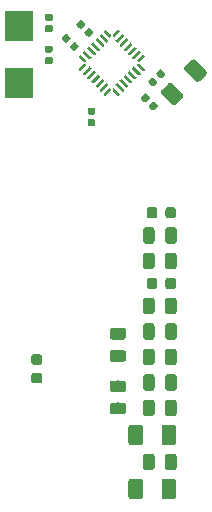
<source format=gtp>
G04 #@! TF.GenerationSoftware,KiCad,Pcbnew,(5.1.4)-1*
G04 #@! TF.CreationDate,2021-04-18T09:35:50+09:00*
G04 #@! TF.ProjectId,audio-board-wm8731,61756469-6f2d-4626-9f61-72642d776d38,rev?*
G04 #@! TF.SameCoordinates,Original*
G04 #@! TF.FileFunction,Paste,Top*
G04 #@! TF.FilePolarity,Positive*
%FSLAX46Y46*%
G04 Gerber Fmt 4.6, Leading zero omitted, Abs format (unit mm)*
G04 Created by KiCad (PCBNEW (5.1.4)-1) date 2021-04-18 09:35:50*
%MOMM*%
%LPD*%
G04 APERTURE LIST*
%ADD10C,0.136863*%
%ADD11C,0.100000*%
%ADD12C,0.250000*%
%ADD13C,0.875000*%
%ADD14C,0.590000*%
%ADD15R,2.400000X2.500000*%
%ADD16C,0.975000*%
%ADD17C,1.250000*%
G04 APERTURE END LIST*
D10*
X61692786Y-44008894D03*
D11*
G36*
X62021883Y-43805349D02*
G01*
X62026043Y-43813129D01*
X62028603Y-43821571D01*
X62029468Y-43830350D01*
X62028603Y-43839128D01*
X62026043Y-43847570D01*
X62021883Y-43855350D01*
X62016287Y-43862169D01*
X61546061Y-44332395D01*
X61539242Y-44337991D01*
X61531462Y-44342151D01*
X61523020Y-44344711D01*
X61514242Y-44345576D01*
X61505463Y-44344711D01*
X61497021Y-44342151D01*
X61489241Y-44337991D01*
X61482422Y-44332395D01*
X61463782Y-44313756D01*
X61458186Y-44306937D01*
X61454027Y-44299157D01*
X61451467Y-44290715D01*
X61450602Y-44281936D01*
X61450602Y-44092941D01*
X61451467Y-44084162D01*
X61454027Y-44075720D01*
X61458186Y-44067940D01*
X61463782Y-44061121D01*
X61839511Y-43685393D01*
X61846330Y-43679797D01*
X61854110Y-43675637D01*
X61862552Y-43673077D01*
X61871330Y-43672212D01*
X61880109Y-43673077D01*
X61888551Y-43675637D01*
X61896331Y-43679797D01*
X61903150Y-43685393D01*
X62016287Y-43798530D01*
X62021883Y-43805349D01*
X62021883Y-43805349D01*
G37*
G36*
X62231010Y-44033316D02*
G01*
X62237077Y-44034216D01*
X62243027Y-44035706D01*
X62248802Y-44037773D01*
X62254346Y-44040395D01*
X62259607Y-44043548D01*
X62264534Y-44047202D01*
X62269078Y-44051321D01*
X62357466Y-44139709D01*
X62361585Y-44144253D01*
X62365239Y-44149180D01*
X62368392Y-44154441D01*
X62371014Y-44159985D01*
X62373081Y-44165760D01*
X62374571Y-44171710D01*
X62375471Y-44177777D01*
X62375772Y-44183903D01*
X62375471Y-44190029D01*
X62374571Y-44196096D01*
X62373081Y-44202046D01*
X62371014Y-44207821D01*
X62368392Y-44213365D01*
X62365239Y-44218626D01*
X62361585Y-44223553D01*
X62357466Y-44228097D01*
X61827136Y-44758427D01*
X61822592Y-44762546D01*
X61817665Y-44766200D01*
X61812404Y-44769353D01*
X61806860Y-44771975D01*
X61801085Y-44774042D01*
X61795135Y-44775532D01*
X61789068Y-44776432D01*
X61782942Y-44776733D01*
X61776816Y-44776432D01*
X61770749Y-44775532D01*
X61764799Y-44774042D01*
X61759024Y-44771975D01*
X61753480Y-44769353D01*
X61748219Y-44766200D01*
X61743292Y-44762546D01*
X61738748Y-44758427D01*
X61650360Y-44670039D01*
X61646241Y-44665495D01*
X61642587Y-44660568D01*
X61639434Y-44655307D01*
X61636812Y-44649763D01*
X61634745Y-44643988D01*
X61633255Y-44638038D01*
X61632355Y-44631971D01*
X61632054Y-44625845D01*
X61632355Y-44619719D01*
X61633255Y-44613652D01*
X61634745Y-44607702D01*
X61636812Y-44601927D01*
X61639434Y-44596383D01*
X61642587Y-44591122D01*
X61646241Y-44586195D01*
X61650360Y-44581651D01*
X62180690Y-44051321D01*
X62185234Y-44047202D01*
X62190161Y-44043548D01*
X62195422Y-44040395D01*
X62200966Y-44037773D01*
X62206741Y-44035706D01*
X62212691Y-44034216D01*
X62218758Y-44033316D01*
X62224884Y-44033015D01*
X62231010Y-44033316D01*
X62231010Y-44033316D01*
G37*
D12*
X62003913Y-44404874D03*
D11*
G36*
X62584563Y-44386869D02*
G01*
X62590630Y-44387769D01*
X62596580Y-44389259D01*
X62602355Y-44391326D01*
X62607899Y-44393948D01*
X62613160Y-44397101D01*
X62618087Y-44400755D01*
X62622631Y-44404874D01*
X62711019Y-44493262D01*
X62715138Y-44497806D01*
X62718792Y-44502733D01*
X62721945Y-44507994D01*
X62724567Y-44513538D01*
X62726634Y-44519313D01*
X62728124Y-44525263D01*
X62729024Y-44531330D01*
X62729325Y-44537456D01*
X62729024Y-44543582D01*
X62728124Y-44549649D01*
X62726634Y-44555599D01*
X62724567Y-44561374D01*
X62721945Y-44566918D01*
X62718792Y-44572179D01*
X62715138Y-44577106D01*
X62711019Y-44581650D01*
X62180689Y-45111980D01*
X62176145Y-45116099D01*
X62171218Y-45119753D01*
X62165957Y-45122906D01*
X62160413Y-45125528D01*
X62154638Y-45127595D01*
X62148688Y-45129085D01*
X62142621Y-45129985D01*
X62136495Y-45130286D01*
X62130369Y-45129985D01*
X62124302Y-45129085D01*
X62118352Y-45127595D01*
X62112577Y-45125528D01*
X62107033Y-45122906D01*
X62101772Y-45119753D01*
X62096845Y-45116099D01*
X62092301Y-45111980D01*
X62003913Y-45023592D01*
X61999794Y-45019048D01*
X61996140Y-45014121D01*
X61992987Y-45008860D01*
X61990365Y-45003316D01*
X61988298Y-44997541D01*
X61986808Y-44991591D01*
X61985908Y-44985524D01*
X61985607Y-44979398D01*
X61985908Y-44973272D01*
X61986808Y-44967205D01*
X61988298Y-44961255D01*
X61990365Y-44955480D01*
X61992987Y-44949936D01*
X61996140Y-44944675D01*
X61999794Y-44939748D01*
X62003913Y-44935204D01*
X62534243Y-44404874D01*
X62538787Y-44400755D01*
X62543714Y-44397101D01*
X62548975Y-44393948D01*
X62554519Y-44391326D01*
X62560294Y-44389259D01*
X62566244Y-44387769D01*
X62572311Y-44386869D01*
X62578437Y-44386568D01*
X62584563Y-44386869D01*
X62584563Y-44386869D01*
G37*
D12*
X62357466Y-44758427D03*
D11*
G36*
X62938116Y-44740423D02*
G01*
X62944183Y-44741323D01*
X62950133Y-44742813D01*
X62955908Y-44744880D01*
X62961452Y-44747502D01*
X62966713Y-44750655D01*
X62971640Y-44754309D01*
X62976184Y-44758428D01*
X63064572Y-44846816D01*
X63068691Y-44851360D01*
X63072345Y-44856287D01*
X63075498Y-44861548D01*
X63078120Y-44867092D01*
X63080187Y-44872867D01*
X63081677Y-44878817D01*
X63082577Y-44884884D01*
X63082878Y-44891010D01*
X63082577Y-44897136D01*
X63081677Y-44903203D01*
X63080187Y-44909153D01*
X63078120Y-44914928D01*
X63075498Y-44920472D01*
X63072345Y-44925733D01*
X63068691Y-44930660D01*
X63064572Y-44935204D01*
X62534242Y-45465534D01*
X62529698Y-45469653D01*
X62524771Y-45473307D01*
X62519510Y-45476460D01*
X62513966Y-45479082D01*
X62508191Y-45481149D01*
X62502241Y-45482639D01*
X62496174Y-45483539D01*
X62490048Y-45483840D01*
X62483922Y-45483539D01*
X62477855Y-45482639D01*
X62471905Y-45481149D01*
X62466130Y-45479082D01*
X62460586Y-45476460D01*
X62455325Y-45473307D01*
X62450398Y-45469653D01*
X62445854Y-45465534D01*
X62357466Y-45377146D01*
X62353347Y-45372602D01*
X62349693Y-45367675D01*
X62346540Y-45362414D01*
X62343918Y-45356870D01*
X62341851Y-45351095D01*
X62340361Y-45345145D01*
X62339461Y-45339078D01*
X62339160Y-45332952D01*
X62339461Y-45326826D01*
X62340361Y-45320759D01*
X62341851Y-45314809D01*
X62343918Y-45309034D01*
X62346540Y-45303490D01*
X62349693Y-45298229D01*
X62353347Y-45293302D01*
X62357466Y-45288758D01*
X62887796Y-44758428D01*
X62892340Y-44754309D01*
X62897267Y-44750655D01*
X62902528Y-44747502D01*
X62908072Y-44744880D01*
X62913847Y-44742813D01*
X62919797Y-44741323D01*
X62925864Y-44740423D01*
X62931990Y-44740122D01*
X62938116Y-44740423D01*
X62938116Y-44740423D01*
G37*
D12*
X62711019Y-45111981D03*
D11*
G36*
X63291670Y-45093976D02*
G01*
X63297737Y-45094876D01*
X63303687Y-45096366D01*
X63309462Y-45098433D01*
X63315006Y-45101055D01*
X63320267Y-45104208D01*
X63325194Y-45107862D01*
X63329738Y-45111981D01*
X63418126Y-45200369D01*
X63422245Y-45204913D01*
X63425899Y-45209840D01*
X63429052Y-45215101D01*
X63431674Y-45220645D01*
X63433741Y-45226420D01*
X63435231Y-45232370D01*
X63436131Y-45238437D01*
X63436432Y-45244563D01*
X63436131Y-45250689D01*
X63435231Y-45256756D01*
X63433741Y-45262706D01*
X63431674Y-45268481D01*
X63429052Y-45274025D01*
X63425899Y-45279286D01*
X63422245Y-45284213D01*
X63418126Y-45288757D01*
X62887796Y-45819087D01*
X62883252Y-45823206D01*
X62878325Y-45826860D01*
X62873064Y-45830013D01*
X62867520Y-45832635D01*
X62861745Y-45834702D01*
X62855795Y-45836192D01*
X62849728Y-45837092D01*
X62843602Y-45837393D01*
X62837476Y-45837092D01*
X62831409Y-45836192D01*
X62825459Y-45834702D01*
X62819684Y-45832635D01*
X62814140Y-45830013D01*
X62808879Y-45826860D01*
X62803952Y-45823206D01*
X62799408Y-45819087D01*
X62711020Y-45730699D01*
X62706901Y-45726155D01*
X62703247Y-45721228D01*
X62700094Y-45715967D01*
X62697472Y-45710423D01*
X62695405Y-45704648D01*
X62693915Y-45698698D01*
X62693015Y-45692631D01*
X62692714Y-45686505D01*
X62693015Y-45680379D01*
X62693915Y-45674312D01*
X62695405Y-45668362D01*
X62697472Y-45662587D01*
X62700094Y-45657043D01*
X62703247Y-45651782D01*
X62706901Y-45646855D01*
X62711020Y-45642311D01*
X63241350Y-45111981D01*
X63245894Y-45107862D01*
X63250821Y-45104208D01*
X63256082Y-45101055D01*
X63261626Y-45098433D01*
X63267401Y-45096366D01*
X63273351Y-45094876D01*
X63279418Y-45093976D01*
X63285544Y-45093675D01*
X63291670Y-45093976D01*
X63291670Y-45093976D01*
G37*
D12*
X63064573Y-45465534D03*
D11*
G36*
X63645223Y-45447529D02*
G01*
X63651290Y-45448429D01*
X63657240Y-45449919D01*
X63663015Y-45451986D01*
X63668559Y-45454608D01*
X63673820Y-45457761D01*
X63678747Y-45461415D01*
X63683291Y-45465534D01*
X63771679Y-45553922D01*
X63775798Y-45558466D01*
X63779452Y-45563393D01*
X63782605Y-45568654D01*
X63785227Y-45574198D01*
X63787294Y-45579973D01*
X63788784Y-45585923D01*
X63789684Y-45591990D01*
X63789985Y-45598116D01*
X63789684Y-45604242D01*
X63788784Y-45610309D01*
X63787294Y-45616259D01*
X63785227Y-45622034D01*
X63782605Y-45627578D01*
X63779452Y-45632839D01*
X63775798Y-45637766D01*
X63771679Y-45642310D01*
X63241349Y-46172640D01*
X63236805Y-46176759D01*
X63231878Y-46180413D01*
X63226617Y-46183566D01*
X63221073Y-46186188D01*
X63215298Y-46188255D01*
X63209348Y-46189745D01*
X63203281Y-46190645D01*
X63197155Y-46190946D01*
X63191029Y-46190645D01*
X63184962Y-46189745D01*
X63179012Y-46188255D01*
X63173237Y-46186188D01*
X63167693Y-46183566D01*
X63162432Y-46180413D01*
X63157505Y-46176759D01*
X63152961Y-46172640D01*
X63064573Y-46084252D01*
X63060454Y-46079708D01*
X63056800Y-46074781D01*
X63053647Y-46069520D01*
X63051025Y-46063976D01*
X63048958Y-46058201D01*
X63047468Y-46052251D01*
X63046568Y-46046184D01*
X63046267Y-46040058D01*
X63046568Y-46033932D01*
X63047468Y-46027865D01*
X63048958Y-46021915D01*
X63051025Y-46016140D01*
X63053647Y-46010596D01*
X63056800Y-46005335D01*
X63060454Y-46000408D01*
X63064573Y-45995864D01*
X63594903Y-45465534D01*
X63599447Y-45461415D01*
X63604374Y-45457761D01*
X63609635Y-45454608D01*
X63615179Y-45451986D01*
X63620954Y-45449919D01*
X63626904Y-45448429D01*
X63632971Y-45447529D01*
X63639097Y-45447228D01*
X63645223Y-45447529D01*
X63645223Y-45447529D01*
G37*
D12*
X63418126Y-45819087D03*
D10*
X63814106Y-46130214D03*
D11*
G36*
X64143203Y-45926669D02*
G01*
X64147363Y-45934449D01*
X64149923Y-45942891D01*
X64150788Y-45951670D01*
X64149923Y-45960448D01*
X64147363Y-45968890D01*
X64143203Y-45976670D01*
X64137607Y-45983489D01*
X63761879Y-46359218D01*
X63755060Y-46364814D01*
X63747280Y-46368973D01*
X63738838Y-46371533D01*
X63730059Y-46372398D01*
X63541064Y-46372398D01*
X63532285Y-46371533D01*
X63523843Y-46368973D01*
X63516063Y-46364814D01*
X63509244Y-46359218D01*
X63490605Y-46340578D01*
X63485009Y-46333759D01*
X63480849Y-46325979D01*
X63478289Y-46317537D01*
X63477424Y-46308758D01*
X63478289Y-46299980D01*
X63480849Y-46291538D01*
X63485009Y-46283758D01*
X63490605Y-46276939D01*
X63960831Y-45806713D01*
X63967650Y-45801117D01*
X63975430Y-45796957D01*
X63983872Y-45794397D01*
X63992650Y-45793532D01*
X64001429Y-45794397D01*
X64009871Y-45796957D01*
X64017651Y-45801117D01*
X64024470Y-45806713D01*
X64137607Y-45919850D01*
X64143203Y-45926669D01*
X64143203Y-45926669D01*
G37*
D10*
X63814106Y-46833786D03*
D11*
G36*
X64143203Y-46987330D02*
G01*
X64147363Y-46995110D01*
X64149923Y-47003552D01*
X64150788Y-47012330D01*
X64149923Y-47021109D01*
X64147363Y-47029551D01*
X64143203Y-47037331D01*
X64137607Y-47044150D01*
X64024470Y-47157287D01*
X64017651Y-47162883D01*
X64009871Y-47167043D01*
X64001429Y-47169603D01*
X63992650Y-47170468D01*
X63983872Y-47169603D01*
X63975430Y-47167043D01*
X63967650Y-47162883D01*
X63960831Y-47157287D01*
X63490605Y-46687061D01*
X63485009Y-46680242D01*
X63480849Y-46672462D01*
X63478289Y-46664020D01*
X63477424Y-46655242D01*
X63478289Y-46646463D01*
X63480849Y-46638021D01*
X63485009Y-46630241D01*
X63490605Y-46623422D01*
X63509244Y-46604782D01*
X63516063Y-46599186D01*
X63523843Y-46595027D01*
X63532285Y-46592467D01*
X63541064Y-46591602D01*
X63730059Y-46591602D01*
X63738838Y-46592467D01*
X63747280Y-46595027D01*
X63755060Y-46599186D01*
X63761879Y-46604782D01*
X64137607Y-46980511D01*
X64143203Y-46987330D01*
X64143203Y-46987330D01*
G37*
G36*
X63203281Y-46773355D02*
G01*
X63209348Y-46774255D01*
X63215298Y-46775745D01*
X63221073Y-46777812D01*
X63226617Y-46780434D01*
X63231878Y-46783587D01*
X63236805Y-46787241D01*
X63241349Y-46791360D01*
X63771679Y-47321690D01*
X63775798Y-47326234D01*
X63779452Y-47331161D01*
X63782605Y-47336422D01*
X63785227Y-47341966D01*
X63787294Y-47347741D01*
X63788784Y-47353691D01*
X63789684Y-47359758D01*
X63789985Y-47365884D01*
X63789684Y-47372010D01*
X63788784Y-47378077D01*
X63787294Y-47384027D01*
X63785227Y-47389802D01*
X63782605Y-47395346D01*
X63779452Y-47400607D01*
X63775798Y-47405534D01*
X63771679Y-47410078D01*
X63683291Y-47498466D01*
X63678747Y-47502585D01*
X63673820Y-47506239D01*
X63668559Y-47509392D01*
X63663015Y-47512014D01*
X63657240Y-47514081D01*
X63651290Y-47515571D01*
X63645223Y-47516471D01*
X63639097Y-47516772D01*
X63632971Y-47516471D01*
X63626904Y-47515571D01*
X63620954Y-47514081D01*
X63615179Y-47512014D01*
X63609635Y-47509392D01*
X63604374Y-47506239D01*
X63599447Y-47502585D01*
X63594903Y-47498466D01*
X63064573Y-46968136D01*
X63060454Y-46963592D01*
X63056800Y-46958665D01*
X63053647Y-46953404D01*
X63051025Y-46947860D01*
X63048958Y-46942085D01*
X63047468Y-46936135D01*
X63046568Y-46930068D01*
X63046267Y-46923942D01*
X63046568Y-46917816D01*
X63047468Y-46911749D01*
X63048958Y-46905799D01*
X63051025Y-46900024D01*
X63053647Y-46894480D01*
X63056800Y-46889219D01*
X63060454Y-46884292D01*
X63064573Y-46879748D01*
X63152961Y-46791360D01*
X63157505Y-46787241D01*
X63162432Y-46783587D01*
X63167693Y-46780434D01*
X63173237Y-46777812D01*
X63179012Y-46775745D01*
X63184962Y-46774255D01*
X63191029Y-46773355D01*
X63197155Y-46773054D01*
X63203281Y-46773355D01*
X63203281Y-46773355D01*
G37*
D12*
X63418126Y-47144913D03*
D11*
G36*
X62849728Y-47126908D02*
G01*
X62855795Y-47127808D01*
X62861745Y-47129298D01*
X62867520Y-47131365D01*
X62873064Y-47133987D01*
X62878325Y-47137140D01*
X62883252Y-47140794D01*
X62887796Y-47144913D01*
X63418126Y-47675243D01*
X63422245Y-47679787D01*
X63425899Y-47684714D01*
X63429052Y-47689975D01*
X63431674Y-47695519D01*
X63433741Y-47701294D01*
X63435231Y-47707244D01*
X63436131Y-47713311D01*
X63436432Y-47719437D01*
X63436131Y-47725563D01*
X63435231Y-47731630D01*
X63433741Y-47737580D01*
X63431674Y-47743355D01*
X63429052Y-47748899D01*
X63425899Y-47754160D01*
X63422245Y-47759087D01*
X63418126Y-47763631D01*
X63329738Y-47852019D01*
X63325194Y-47856138D01*
X63320267Y-47859792D01*
X63315006Y-47862945D01*
X63309462Y-47865567D01*
X63303687Y-47867634D01*
X63297737Y-47869124D01*
X63291670Y-47870024D01*
X63285544Y-47870325D01*
X63279418Y-47870024D01*
X63273351Y-47869124D01*
X63267401Y-47867634D01*
X63261626Y-47865567D01*
X63256082Y-47862945D01*
X63250821Y-47859792D01*
X63245894Y-47856138D01*
X63241350Y-47852019D01*
X62711020Y-47321689D01*
X62706901Y-47317145D01*
X62703247Y-47312218D01*
X62700094Y-47306957D01*
X62697472Y-47301413D01*
X62695405Y-47295638D01*
X62693915Y-47289688D01*
X62693015Y-47283621D01*
X62692714Y-47277495D01*
X62693015Y-47271369D01*
X62693915Y-47265302D01*
X62695405Y-47259352D01*
X62697472Y-47253577D01*
X62700094Y-47248033D01*
X62703247Y-47242772D01*
X62706901Y-47237845D01*
X62711020Y-47233301D01*
X62799408Y-47144913D01*
X62803952Y-47140794D01*
X62808879Y-47137140D01*
X62814140Y-47133987D01*
X62819684Y-47131365D01*
X62825459Y-47129298D01*
X62831409Y-47127808D01*
X62837476Y-47126908D01*
X62843602Y-47126607D01*
X62849728Y-47126908D01*
X62849728Y-47126908D01*
G37*
D12*
X63064573Y-47498466D03*
D11*
G36*
X62496174Y-47480461D02*
G01*
X62502241Y-47481361D01*
X62508191Y-47482851D01*
X62513966Y-47484918D01*
X62519510Y-47487540D01*
X62524771Y-47490693D01*
X62529698Y-47494347D01*
X62534242Y-47498466D01*
X63064572Y-48028796D01*
X63068691Y-48033340D01*
X63072345Y-48038267D01*
X63075498Y-48043528D01*
X63078120Y-48049072D01*
X63080187Y-48054847D01*
X63081677Y-48060797D01*
X63082577Y-48066864D01*
X63082878Y-48072990D01*
X63082577Y-48079116D01*
X63081677Y-48085183D01*
X63080187Y-48091133D01*
X63078120Y-48096908D01*
X63075498Y-48102452D01*
X63072345Y-48107713D01*
X63068691Y-48112640D01*
X63064572Y-48117184D01*
X62976184Y-48205572D01*
X62971640Y-48209691D01*
X62966713Y-48213345D01*
X62961452Y-48216498D01*
X62955908Y-48219120D01*
X62950133Y-48221187D01*
X62944183Y-48222677D01*
X62938116Y-48223577D01*
X62931990Y-48223878D01*
X62925864Y-48223577D01*
X62919797Y-48222677D01*
X62913847Y-48221187D01*
X62908072Y-48219120D01*
X62902528Y-48216498D01*
X62897267Y-48213345D01*
X62892340Y-48209691D01*
X62887796Y-48205572D01*
X62357466Y-47675242D01*
X62353347Y-47670698D01*
X62349693Y-47665771D01*
X62346540Y-47660510D01*
X62343918Y-47654966D01*
X62341851Y-47649191D01*
X62340361Y-47643241D01*
X62339461Y-47637174D01*
X62339160Y-47631048D01*
X62339461Y-47624922D01*
X62340361Y-47618855D01*
X62341851Y-47612905D01*
X62343918Y-47607130D01*
X62346540Y-47601586D01*
X62349693Y-47596325D01*
X62353347Y-47591398D01*
X62357466Y-47586854D01*
X62445854Y-47498466D01*
X62450398Y-47494347D01*
X62455325Y-47490693D01*
X62460586Y-47487540D01*
X62466130Y-47484918D01*
X62471905Y-47482851D01*
X62477855Y-47481361D01*
X62483922Y-47480461D01*
X62490048Y-47480160D01*
X62496174Y-47480461D01*
X62496174Y-47480461D01*
G37*
D12*
X62711019Y-47852019D03*
D11*
G36*
X62142621Y-47834015D02*
G01*
X62148688Y-47834915D01*
X62154638Y-47836405D01*
X62160413Y-47838472D01*
X62165957Y-47841094D01*
X62171218Y-47844247D01*
X62176145Y-47847901D01*
X62180689Y-47852020D01*
X62711019Y-48382350D01*
X62715138Y-48386894D01*
X62718792Y-48391821D01*
X62721945Y-48397082D01*
X62724567Y-48402626D01*
X62726634Y-48408401D01*
X62728124Y-48414351D01*
X62729024Y-48420418D01*
X62729325Y-48426544D01*
X62729024Y-48432670D01*
X62728124Y-48438737D01*
X62726634Y-48444687D01*
X62724567Y-48450462D01*
X62721945Y-48456006D01*
X62718792Y-48461267D01*
X62715138Y-48466194D01*
X62711019Y-48470738D01*
X62622631Y-48559126D01*
X62618087Y-48563245D01*
X62613160Y-48566899D01*
X62607899Y-48570052D01*
X62602355Y-48572674D01*
X62596580Y-48574741D01*
X62590630Y-48576231D01*
X62584563Y-48577131D01*
X62578437Y-48577432D01*
X62572311Y-48577131D01*
X62566244Y-48576231D01*
X62560294Y-48574741D01*
X62554519Y-48572674D01*
X62548975Y-48570052D01*
X62543714Y-48566899D01*
X62538787Y-48563245D01*
X62534243Y-48559126D01*
X62003913Y-48028796D01*
X61999794Y-48024252D01*
X61996140Y-48019325D01*
X61992987Y-48014064D01*
X61990365Y-48008520D01*
X61988298Y-48002745D01*
X61986808Y-47996795D01*
X61985908Y-47990728D01*
X61985607Y-47984602D01*
X61985908Y-47978476D01*
X61986808Y-47972409D01*
X61988298Y-47966459D01*
X61990365Y-47960684D01*
X61992987Y-47955140D01*
X61996140Y-47949879D01*
X61999794Y-47944952D01*
X62003913Y-47940408D01*
X62092301Y-47852020D01*
X62096845Y-47847901D01*
X62101772Y-47844247D01*
X62107033Y-47841094D01*
X62112577Y-47838472D01*
X62118352Y-47836405D01*
X62124302Y-47834915D01*
X62130369Y-47834015D01*
X62136495Y-47833714D01*
X62142621Y-47834015D01*
X62142621Y-47834015D01*
G37*
D12*
X62357466Y-48205573D03*
D11*
G36*
X61789068Y-48187568D02*
G01*
X61795135Y-48188468D01*
X61801085Y-48189958D01*
X61806860Y-48192025D01*
X61812404Y-48194647D01*
X61817665Y-48197800D01*
X61822592Y-48201454D01*
X61827136Y-48205573D01*
X62357466Y-48735903D01*
X62361585Y-48740447D01*
X62365239Y-48745374D01*
X62368392Y-48750635D01*
X62371014Y-48756179D01*
X62373081Y-48761954D01*
X62374571Y-48767904D01*
X62375471Y-48773971D01*
X62375772Y-48780097D01*
X62375471Y-48786223D01*
X62374571Y-48792290D01*
X62373081Y-48798240D01*
X62371014Y-48804015D01*
X62368392Y-48809559D01*
X62365239Y-48814820D01*
X62361585Y-48819747D01*
X62357466Y-48824291D01*
X62269078Y-48912679D01*
X62264534Y-48916798D01*
X62259607Y-48920452D01*
X62254346Y-48923605D01*
X62248802Y-48926227D01*
X62243027Y-48928294D01*
X62237077Y-48929784D01*
X62231010Y-48930684D01*
X62224884Y-48930985D01*
X62218758Y-48930684D01*
X62212691Y-48929784D01*
X62206741Y-48928294D01*
X62200966Y-48926227D01*
X62195422Y-48923605D01*
X62190161Y-48920452D01*
X62185234Y-48916798D01*
X62180690Y-48912679D01*
X61650360Y-48382349D01*
X61646241Y-48377805D01*
X61642587Y-48372878D01*
X61639434Y-48367617D01*
X61636812Y-48362073D01*
X61634745Y-48356298D01*
X61633255Y-48350348D01*
X61632355Y-48344281D01*
X61632054Y-48338155D01*
X61632355Y-48332029D01*
X61633255Y-48325962D01*
X61634745Y-48320012D01*
X61636812Y-48314237D01*
X61639434Y-48308693D01*
X61642587Y-48303432D01*
X61646241Y-48298505D01*
X61650360Y-48293961D01*
X61738748Y-48205573D01*
X61743292Y-48201454D01*
X61748219Y-48197800D01*
X61753480Y-48194647D01*
X61759024Y-48192025D01*
X61764799Y-48189958D01*
X61770749Y-48188468D01*
X61776816Y-48187568D01*
X61782942Y-48187267D01*
X61789068Y-48187568D01*
X61789068Y-48187568D01*
G37*
D12*
X62003913Y-48559126D03*
D10*
X61692786Y-48955106D03*
D11*
G36*
X62021883Y-49108650D02*
G01*
X62026043Y-49116430D01*
X62028603Y-49124872D01*
X62029468Y-49133650D01*
X62028603Y-49142429D01*
X62026043Y-49150871D01*
X62021883Y-49158651D01*
X62016287Y-49165470D01*
X61903150Y-49278607D01*
X61896331Y-49284203D01*
X61888551Y-49288363D01*
X61880109Y-49290923D01*
X61871330Y-49291788D01*
X61862552Y-49290923D01*
X61854110Y-49288363D01*
X61846330Y-49284203D01*
X61839511Y-49278607D01*
X61463782Y-48902879D01*
X61458186Y-48896060D01*
X61454027Y-48888280D01*
X61451467Y-48879838D01*
X61450602Y-48871059D01*
X61450602Y-48682064D01*
X61451467Y-48673285D01*
X61454027Y-48664843D01*
X61458186Y-48657063D01*
X61463782Y-48650244D01*
X61482422Y-48631605D01*
X61489241Y-48626009D01*
X61497021Y-48621849D01*
X61505463Y-48619289D01*
X61514242Y-48618424D01*
X61523020Y-48619289D01*
X61531462Y-48621849D01*
X61539242Y-48626009D01*
X61546061Y-48631605D01*
X62016287Y-49101831D01*
X62021883Y-49108650D01*
X62021883Y-49108650D01*
G37*
D10*
X60989214Y-48955106D03*
D11*
G36*
X61223814Y-48657063D02*
G01*
X61227973Y-48664843D01*
X61230533Y-48673285D01*
X61231398Y-48682064D01*
X61231398Y-48871059D01*
X61230533Y-48879838D01*
X61227973Y-48888280D01*
X61223814Y-48896060D01*
X61218218Y-48902879D01*
X60842489Y-49278607D01*
X60835670Y-49284203D01*
X60827890Y-49288363D01*
X60819448Y-49290923D01*
X60810670Y-49291788D01*
X60801891Y-49290923D01*
X60793449Y-49288363D01*
X60785669Y-49284203D01*
X60778850Y-49278607D01*
X60665713Y-49165470D01*
X60660117Y-49158651D01*
X60655957Y-49150871D01*
X60653397Y-49142429D01*
X60652532Y-49133650D01*
X60653397Y-49124872D01*
X60655957Y-49116430D01*
X60660117Y-49108650D01*
X60665713Y-49101831D01*
X61135939Y-48631605D01*
X61142758Y-48626009D01*
X61150538Y-48621849D01*
X61158980Y-48619289D01*
X61167758Y-48618424D01*
X61176537Y-48619289D01*
X61184979Y-48621849D01*
X61192759Y-48626009D01*
X61199578Y-48631605D01*
X61218218Y-48650244D01*
X61223814Y-48657063D01*
X61223814Y-48657063D01*
G37*
G36*
X60905184Y-48187568D02*
G01*
X60911251Y-48188468D01*
X60917201Y-48189958D01*
X60922976Y-48192025D01*
X60928520Y-48194647D01*
X60933781Y-48197800D01*
X60938708Y-48201454D01*
X60943252Y-48205573D01*
X61031640Y-48293961D01*
X61035759Y-48298505D01*
X61039413Y-48303432D01*
X61042566Y-48308693D01*
X61045188Y-48314237D01*
X61047255Y-48320012D01*
X61048745Y-48325962D01*
X61049645Y-48332029D01*
X61049946Y-48338155D01*
X61049645Y-48344281D01*
X61048745Y-48350348D01*
X61047255Y-48356298D01*
X61045188Y-48362073D01*
X61042566Y-48367617D01*
X61039413Y-48372878D01*
X61035759Y-48377805D01*
X61031640Y-48382349D01*
X60501310Y-48912679D01*
X60496766Y-48916798D01*
X60491839Y-48920452D01*
X60486578Y-48923605D01*
X60481034Y-48926227D01*
X60475259Y-48928294D01*
X60469309Y-48929784D01*
X60463242Y-48930684D01*
X60457116Y-48930985D01*
X60450990Y-48930684D01*
X60444923Y-48929784D01*
X60438973Y-48928294D01*
X60433198Y-48926227D01*
X60427654Y-48923605D01*
X60422393Y-48920452D01*
X60417466Y-48916798D01*
X60412922Y-48912679D01*
X60324534Y-48824291D01*
X60320415Y-48819747D01*
X60316761Y-48814820D01*
X60313608Y-48809559D01*
X60310986Y-48804015D01*
X60308919Y-48798240D01*
X60307429Y-48792290D01*
X60306529Y-48786223D01*
X60306228Y-48780097D01*
X60306529Y-48773971D01*
X60307429Y-48767904D01*
X60308919Y-48761954D01*
X60310986Y-48756179D01*
X60313608Y-48750635D01*
X60316761Y-48745374D01*
X60320415Y-48740447D01*
X60324534Y-48735903D01*
X60854864Y-48205573D01*
X60859408Y-48201454D01*
X60864335Y-48197800D01*
X60869596Y-48194647D01*
X60875140Y-48192025D01*
X60880915Y-48189958D01*
X60886865Y-48188468D01*
X60892932Y-48187568D01*
X60899058Y-48187267D01*
X60905184Y-48187568D01*
X60905184Y-48187568D01*
G37*
D12*
X60678087Y-48559126D03*
D11*
G36*
X60551631Y-47834015D02*
G01*
X60557698Y-47834915D01*
X60563648Y-47836405D01*
X60569423Y-47838472D01*
X60574967Y-47841094D01*
X60580228Y-47844247D01*
X60585155Y-47847901D01*
X60589699Y-47852020D01*
X60678087Y-47940408D01*
X60682206Y-47944952D01*
X60685860Y-47949879D01*
X60689013Y-47955140D01*
X60691635Y-47960684D01*
X60693702Y-47966459D01*
X60695192Y-47972409D01*
X60696092Y-47978476D01*
X60696393Y-47984602D01*
X60696092Y-47990728D01*
X60695192Y-47996795D01*
X60693702Y-48002745D01*
X60691635Y-48008520D01*
X60689013Y-48014064D01*
X60685860Y-48019325D01*
X60682206Y-48024252D01*
X60678087Y-48028796D01*
X60147757Y-48559126D01*
X60143213Y-48563245D01*
X60138286Y-48566899D01*
X60133025Y-48570052D01*
X60127481Y-48572674D01*
X60121706Y-48574741D01*
X60115756Y-48576231D01*
X60109689Y-48577131D01*
X60103563Y-48577432D01*
X60097437Y-48577131D01*
X60091370Y-48576231D01*
X60085420Y-48574741D01*
X60079645Y-48572674D01*
X60074101Y-48570052D01*
X60068840Y-48566899D01*
X60063913Y-48563245D01*
X60059369Y-48559126D01*
X59970981Y-48470738D01*
X59966862Y-48466194D01*
X59963208Y-48461267D01*
X59960055Y-48456006D01*
X59957433Y-48450462D01*
X59955366Y-48444687D01*
X59953876Y-48438737D01*
X59952976Y-48432670D01*
X59952675Y-48426544D01*
X59952976Y-48420418D01*
X59953876Y-48414351D01*
X59955366Y-48408401D01*
X59957433Y-48402626D01*
X59960055Y-48397082D01*
X59963208Y-48391821D01*
X59966862Y-48386894D01*
X59970981Y-48382350D01*
X60501311Y-47852020D01*
X60505855Y-47847901D01*
X60510782Y-47844247D01*
X60516043Y-47841094D01*
X60521587Y-47838472D01*
X60527362Y-47836405D01*
X60533312Y-47834915D01*
X60539379Y-47834015D01*
X60545505Y-47833714D01*
X60551631Y-47834015D01*
X60551631Y-47834015D01*
G37*
D12*
X60324534Y-48205573D03*
D11*
G36*
X60198078Y-47480461D02*
G01*
X60204145Y-47481361D01*
X60210095Y-47482851D01*
X60215870Y-47484918D01*
X60221414Y-47487540D01*
X60226675Y-47490693D01*
X60231602Y-47494347D01*
X60236146Y-47498466D01*
X60324534Y-47586854D01*
X60328653Y-47591398D01*
X60332307Y-47596325D01*
X60335460Y-47601586D01*
X60338082Y-47607130D01*
X60340149Y-47612905D01*
X60341639Y-47618855D01*
X60342539Y-47624922D01*
X60342840Y-47631048D01*
X60342539Y-47637174D01*
X60341639Y-47643241D01*
X60340149Y-47649191D01*
X60338082Y-47654966D01*
X60335460Y-47660510D01*
X60332307Y-47665771D01*
X60328653Y-47670698D01*
X60324534Y-47675242D01*
X59794204Y-48205572D01*
X59789660Y-48209691D01*
X59784733Y-48213345D01*
X59779472Y-48216498D01*
X59773928Y-48219120D01*
X59768153Y-48221187D01*
X59762203Y-48222677D01*
X59756136Y-48223577D01*
X59750010Y-48223878D01*
X59743884Y-48223577D01*
X59737817Y-48222677D01*
X59731867Y-48221187D01*
X59726092Y-48219120D01*
X59720548Y-48216498D01*
X59715287Y-48213345D01*
X59710360Y-48209691D01*
X59705816Y-48205572D01*
X59617428Y-48117184D01*
X59613309Y-48112640D01*
X59609655Y-48107713D01*
X59606502Y-48102452D01*
X59603880Y-48096908D01*
X59601813Y-48091133D01*
X59600323Y-48085183D01*
X59599423Y-48079116D01*
X59599122Y-48072990D01*
X59599423Y-48066864D01*
X59600323Y-48060797D01*
X59601813Y-48054847D01*
X59603880Y-48049072D01*
X59606502Y-48043528D01*
X59609655Y-48038267D01*
X59613309Y-48033340D01*
X59617428Y-48028796D01*
X60147758Y-47498466D01*
X60152302Y-47494347D01*
X60157229Y-47490693D01*
X60162490Y-47487540D01*
X60168034Y-47484918D01*
X60173809Y-47482851D01*
X60179759Y-47481361D01*
X60185826Y-47480461D01*
X60191952Y-47480160D01*
X60198078Y-47480461D01*
X60198078Y-47480461D01*
G37*
D12*
X59970981Y-47852019D03*
D11*
G36*
X59844524Y-47126908D02*
G01*
X59850591Y-47127808D01*
X59856541Y-47129298D01*
X59862316Y-47131365D01*
X59867860Y-47133987D01*
X59873121Y-47137140D01*
X59878048Y-47140794D01*
X59882592Y-47144913D01*
X59970980Y-47233301D01*
X59975099Y-47237845D01*
X59978753Y-47242772D01*
X59981906Y-47248033D01*
X59984528Y-47253577D01*
X59986595Y-47259352D01*
X59988085Y-47265302D01*
X59988985Y-47271369D01*
X59989286Y-47277495D01*
X59988985Y-47283621D01*
X59988085Y-47289688D01*
X59986595Y-47295638D01*
X59984528Y-47301413D01*
X59981906Y-47306957D01*
X59978753Y-47312218D01*
X59975099Y-47317145D01*
X59970980Y-47321689D01*
X59440650Y-47852019D01*
X59436106Y-47856138D01*
X59431179Y-47859792D01*
X59425918Y-47862945D01*
X59420374Y-47865567D01*
X59414599Y-47867634D01*
X59408649Y-47869124D01*
X59402582Y-47870024D01*
X59396456Y-47870325D01*
X59390330Y-47870024D01*
X59384263Y-47869124D01*
X59378313Y-47867634D01*
X59372538Y-47865567D01*
X59366994Y-47862945D01*
X59361733Y-47859792D01*
X59356806Y-47856138D01*
X59352262Y-47852019D01*
X59263874Y-47763631D01*
X59259755Y-47759087D01*
X59256101Y-47754160D01*
X59252948Y-47748899D01*
X59250326Y-47743355D01*
X59248259Y-47737580D01*
X59246769Y-47731630D01*
X59245869Y-47725563D01*
X59245568Y-47719437D01*
X59245869Y-47713311D01*
X59246769Y-47707244D01*
X59248259Y-47701294D01*
X59250326Y-47695519D01*
X59252948Y-47689975D01*
X59256101Y-47684714D01*
X59259755Y-47679787D01*
X59263874Y-47675243D01*
X59794204Y-47144913D01*
X59798748Y-47140794D01*
X59803675Y-47137140D01*
X59808936Y-47133987D01*
X59814480Y-47131365D01*
X59820255Y-47129298D01*
X59826205Y-47127808D01*
X59832272Y-47126908D01*
X59838398Y-47126607D01*
X59844524Y-47126908D01*
X59844524Y-47126908D01*
G37*
D12*
X59617427Y-47498466D03*
D11*
G36*
X59490971Y-46773355D02*
G01*
X59497038Y-46774255D01*
X59502988Y-46775745D01*
X59508763Y-46777812D01*
X59514307Y-46780434D01*
X59519568Y-46783587D01*
X59524495Y-46787241D01*
X59529039Y-46791360D01*
X59617427Y-46879748D01*
X59621546Y-46884292D01*
X59625200Y-46889219D01*
X59628353Y-46894480D01*
X59630975Y-46900024D01*
X59633042Y-46905799D01*
X59634532Y-46911749D01*
X59635432Y-46917816D01*
X59635733Y-46923942D01*
X59635432Y-46930068D01*
X59634532Y-46936135D01*
X59633042Y-46942085D01*
X59630975Y-46947860D01*
X59628353Y-46953404D01*
X59625200Y-46958665D01*
X59621546Y-46963592D01*
X59617427Y-46968136D01*
X59087097Y-47498466D01*
X59082553Y-47502585D01*
X59077626Y-47506239D01*
X59072365Y-47509392D01*
X59066821Y-47512014D01*
X59061046Y-47514081D01*
X59055096Y-47515571D01*
X59049029Y-47516471D01*
X59042903Y-47516772D01*
X59036777Y-47516471D01*
X59030710Y-47515571D01*
X59024760Y-47514081D01*
X59018985Y-47512014D01*
X59013441Y-47509392D01*
X59008180Y-47506239D01*
X59003253Y-47502585D01*
X58998709Y-47498466D01*
X58910321Y-47410078D01*
X58906202Y-47405534D01*
X58902548Y-47400607D01*
X58899395Y-47395346D01*
X58896773Y-47389802D01*
X58894706Y-47384027D01*
X58893216Y-47378077D01*
X58892316Y-47372010D01*
X58892015Y-47365884D01*
X58892316Y-47359758D01*
X58893216Y-47353691D01*
X58894706Y-47347741D01*
X58896773Y-47341966D01*
X58899395Y-47336422D01*
X58902548Y-47331161D01*
X58906202Y-47326234D01*
X58910321Y-47321690D01*
X59440651Y-46791360D01*
X59445195Y-46787241D01*
X59450122Y-46783587D01*
X59455383Y-46780434D01*
X59460927Y-46777812D01*
X59466702Y-46775745D01*
X59472652Y-46774255D01*
X59478719Y-46773355D01*
X59484845Y-46773054D01*
X59490971Y-46773355D01*
X59490971Y-46773355D01*
G37*
D12*
X59263874Y-47144913D03*
D10*
X58867894Y-46833786D03*
D11*
G36*
X59196991Y-46630241D02*
G01*
X59201151Y-46638021D01*
X59203711Y-46646463D01*
X59204576Y-46655242D01*
X59203711Y-46664020D01*
X59201151Y-46672462D01*
X59196991Y-46680242D01*
X59191395Y-46687061D01*
X58721169Y-47157287D01*
X58714350Y-47162883D01*
X58706570Y-47167043D01*
X58698128Y-47169603D01*
X58689350Y-47170468D01*
X58680571Y-47169603D01*
X58672129Y-47167043D01*
X58664349Y-47162883D01*
X58657530Y-47157287D01*
X58544393Y-47044150D01*
X58538797Y-47037331D01*
X58534637Y-47029551D01*
X58532077Y-47021109D01*
X58531212Y-47012330D01*
X58532077Y-47003552D01*
X58534637Y-46995110D01*
X58538797Y-46987330D01*
X58544393Y-46980511D01*
X58920121Y-46604782D01*
X58926940Y-46599186D01*
X58934720Y-46595027D01*
X58943162Y-46592467D01*
X58951941Y-46591602D01*
X59140936Y-46591602D01*
X59149715Y-46592467D01*
X59158157Y-46595027D01*
X59165937Y-46599186D01*
X59172756Y-46604782D01*
X59191395Y-46623422D01*
X59196991Y-46630241D01*
X59196991Y-46630241D01*
G37*
D10*
X58867894Y-46130214D03*
D11*
G36*
X59196991Y-46283758D02*
G01*
X59201151Y-46291538D01*
X59203711Y-46299980D01*
X59204576Y-46308758D01*
X59203711Y-46317537D01*
X59201151Y-46325979D01*
X59196991Y-46333759D01*
X59191395Y-46340578D01*
X59172756Y-46359218D01*
X59165937Y-46364814D01*
X59158157Y-46368973D01*
X59149715Y-46371533D01*
X59140936Y-46372398D01*
X58951941Y-46372398D01*
X58943162Y-46371533D01*
X58934720Y-46368973D01*
X58926940Y-46364814D01*
X58920121Y-46359218D01*
X58544393Y-45983489D01*
X58538797Y-45976670D01*
X58534637Y-45968890D01*
X58532077Y-45960448D01*
X58531212Y-45951670D01*
X58532077Y-45942891D01*
X58534637Y-45934449D01*
X58538797Y-45926669D01*
X58544393Y-45919850D01*
X58657530Y-45806713D01*
X58664349Y-45801117D01*
X58672129Y-45796957D01*
X58680571Y-45794397D01*
X58689350Y-45793532D01*
X58698128Y-45794397D01*
X58706570Y-45796957D01*
X58714350Y-45801117D01*
X58721169Y-45806713D01*
X59191395Y-46276939D01*
X59196991Y-46283758D01*
X59196991Y-46283758D01*
G37*
G36*
X59049029Y-45447529D02*
G01*
X59055096Y-45448429D01*
X59061046Y-45449919D01*
X59066821Y-45451986D01*
X59072365Y-45454608D01*
X59077626Y-45457761D01*
X59082553Y-45461415D01*
X59087097Y-45465534D01*
X59617427Y-45995864D01*
X59621546Y-46000408D01*
X59625200Y-46005335D01*
X59628353Y-46010596D01*
X59630975Y-46016140D01*
X59633042Y-46021915D01*
X59634532Y-46027865D01*
X59635432Y-46033932D01*
X59635733Y-46040058D01*
X59635432Y-46046184D01*
X59634532Y-46052251D01*
X59633042Y-46058201D01*
X59630975Y-46063976D01*
X59628353Y-46069520D01*
X59625200Y-46074781D01*
X59621546Y-46079708D01*
X59617427Y-46084252D01*
X59529039Y-46172640D01*
X59524495Y-46176759D01*
X59519568Y-46180413D01*
X59514307Y-46183566D01*
X59508763Y-46186188D01*
X59502988Y-46188255D01*
X59497038Y-46189745D01*
X59490971Y-46190645D01*
X59484845Y-46190946D01*
X59478719Y-46190645D01*
X59472652Y-46189745D01*
X59466702Y-46188255D01*
X59460927Y-46186188D01*
X59455383Y-46183566D01*
X59450122Y-46180413D01*
X59445195Y-46176759D01*
X59440651Y-46172640D01*
X58910321Y-45642310D01*
X58906202Y-45637766D01*
X58902548Y-45632839D01*
X58899395Y-45627578D01*
X58896773Y-45622034D01*
X58894706Y-45616259D01*
X58893216Y-45610309D01*
X58892316Y-45604242D01*
X58892015Y-45598116D01*
X58892316Y-45591990D01*
X58893216Y-45585923D01*
X58894706Y-45579973D01*
X58896773Y-45574198D01*
X58899395Y-45568654D01*
X58902548Y-45563393D01*
X58906202Y-45558466D01*
X58910321Y-45553922D01*
X58998709Y-45465534D01*
X59003253Y-45461415D01*
X59008180Y-45457761D01*
X59013441Y-45454608D01*
X59018985Y-45451986D01*
X59024760Y-45449919D01*
X59030710Y-45448429D01*
X59036777Y-45447529D01*
X59042903Y-45447228D01*
X59049029Y-45447529D01*
X59049029Y-45447529D01*
G37*
D12*
X59263874Y-45819087D03*
D11*
G36*
X59402582Y-45093976D02*
G01*
X59408649Y-45094876D01*
X59414599Y-45096366D01*
X59420374Y-45098433D01*
X59425918Y-45101055D01*
X59431179Y-45104208D01*
X59436106Y-45107862D01*
X59440650Y-45111981D01*
X59970980Y-45642311D01*
X59975099Y-45646855D01*
X59978753Y-45651782D01*
X59981906Y-45657043D01*
X59984528Y-45662587D01*
X59986595Y-45668362D01*
X59988085Y-45674312D01*
X59988985Y-45680379D01*
X59989286Y-45686505D01*
X59988985Y-45692631D01*
X59988085Y-45698698D01*
X59986595Y-45704648D01*
X59984528Y-45710423D01*
X59981906Y-45715967D01*
X59978753Y-45721228D01*
X59975099Y-45726155D01*
X59970980Y-45730699D01*
X59882592Y-45819087D01*
X59878048Y-45823206D01*
X59873121Y-45826860D01*
X59867860Y-45830013D01*
X59862316Y-45832635D01*
X59856541Y-45834702D01*
X59850591Y-45836192D01*
X59844524Y-45837092D01*
X59838398Y-45837393D01*
X59832272Y-45837092D01*
X59826205Y-45836192D01*
X59820255Y-45834702D01*
X59814480Y-45832635D01*
X59808936Y-45830013D01*
X59803675Y-45826860D01*
X59798748Y-45823206D01*
X59794204Y-45819087D01*
X59263874Y-45288757D01*
X59259755Y-45284213D01*
X59256101Y-45279286D01*
X59252948Y-45274025D01*
X59250326Y-45268481D01*
X59248259Y-45262706D01*
X59246769Y-45256756D01*
X59245869Y-45250689D01*
X59245568Y-45244563D01*
X59245869Y-45238437D01*
X59246769Y-45232370D01*
X59248259Y-45226420D01*
X59250326Y-45220645D01*
X59252948Y-45215101D01*
X59256101Y-45209840D01*
X59259755Y-45204913D01*
X59263874Y-45200369D01*
X59352262Y-45111981D01*
X59356806Y-45107862D01*
X59361733Y-45104208D01*
X59366994Y-45101055D01*
X59372538Y-45098433D01*
X59378313Y-45096366D01*
X59384263Y-45094876D01*
X59390330Y-45093976D01*
X59396456Y-45093675D01*
X59402582Y-45093976D01*
X59402582Y-45093976D01*
G37*
D12*
X59617427Y-45465534D03*
D11*
G36*
X59756136Y-44740423D02*
G01*
X59762203Y-44741323D01*
X59768153Y-44742813D01*
X59773928Y-44744880D01*
X59779472Y-44747502D01*
X59784733Y-44750655D01*
X59789660Y-44754309D01*
X59794204Y-44758428D01*
X60324534Y-45288758D01*
X60328653Y-45293302D01*
X60332307Y-45298229D01*
X60335460Y-45303490D01*
X60338082Y-45309034D01*
X60340149Y-45314809D01*
X60341639Y-45320759D01*
X60342539Y-45326826D01*
X60342840Y-45332952D01*
X60342539Y-45339078D01*
X60341639Y-45345145D01*
X60340149Y-45351095D01*
X60338082Y-45356870D01*
X60335460Y-45362414D01*
X60332307Y-45367675D01*
X60328653Y-45372602D01*
X60324534Y-45377146D01*
X60236146Y-45465534D01*
X60231602Y-45469653D01*
X60226675Y-45473307D01*
X60221414Y-45476460D01*
X60215870Y-45479082D01*
X60210095Y-45481149D01*
X60204145Y-45482639D01*
X60198078Y-45483539D01*
X60191952Y-45483840D01*
X60185826Y-45483539D01*
X60179759Y-45482639D01*
X60173809Y-45481149D01*
X60168034Y-45479082D01*
X60162490Y-45476460D01*
X60157229Y-45473307D01*
X60152302Y-45469653D01*
X60147758Y-45465534D01*
X59617428Y-44935204D01*
X59613309Y-44930660D01*
X59609655Y-44925733D01*
X59606502Y-44920472D01*
X59603880Y-44914928D01*
X59601813Y-44909153D01*
X59600323Y-44903203D01*
X59599423Y-44897136D01*
X59599122Y-44891010D01*
X59599423Y-44884884D01*
X59600323Y-44878817D01*
X59601813Y-44872867D01*
X59603880Y-44867092D01*
X59606502Y-44861548D01*
X59609655Y-44856287D01*
X59613309Y-44851360D01*
X59617428Y-44846816D01*
X59705816Y-44758428D01*
X59710360Y-44754309D01*
X59715287Y-44750655D01*
X59720548Y-44747502D01*
X59726092Y-44744880D01*
X59731867Y-44742813D01*
X59737817Y-44741323D01*
X59743884Y-44740423D01*
X59750010Y-44740122D01*
X59756136Y-44740423D01*
X59756136Y-44740423D01*
G37*
D12*
X59970981Y-45111981D03*
D11*
G36*
X60109689Y-44386869D02*
G01*
X60115756Y-44387769D01*
X60121706Y-44389259D01*
X60127481Y-44391326D01*
X60133025Y-44393948D01*
X60138286Y-44397101D01*
X60143213Y-44400755D01*
X60147757Y-44404874D01*
X60678087Y-44935204D01*
X60682206Y-44939748D01*
X60685860Y-44944675D01*
X60689013Y-44949936D01*
X60691635Y-44955480D01*
X60693702Y-44961255D01*
X60695192Y-44967205D01*
X60696092Y-44973272D01*
X60696393Y-44979398D01*
X60696092Y-44985524D01*
X60695192Y-44991591D01*
X60693702Y-44997541D01*
X60691635Y-45003316D01*
X60689013Y-45008860D01*
X60685860Y-45014121D01*
X60682206Y-45019048D01*
X60678087Y-45023592D01*
X60589699Y-45111980D01*
X60585155Y-45116099D01*
X60580228Y-45119753D01*
X60574967Y-45122906D01*
X60569423Y-45125528D01*
X60563648Y-45127595D01*
X60557698Y-45129085D01*
X60551631Y-45129985D01*
X60545505Y-45130286D01*
X60539379Y-45129985D01*
X60533312Y-45129085D01*
X60527362Y-45127595D01*
X60521587Y-45125528D01*
X60516043Y-45122906D01*
X60510782Y-45119753D01*
X60505855Y-45116099D01*
X60501311Y-45111980D01*
X59970981Y-44581650D01*
X59966862Y-44577106D01*
X59963208Y-44572179D01*
X59960055Y-44566918D01*
X59957433Y-44561374D01*
X59955366Y-44555599D01*
X59953876Y-44549649D01*
X59952976Y-44543582D01*
X59952675Y-44537456D01*
X59952976Y-44531330D01*
X59953876Y-44525263D01*
X59955366Y-44519313D01*
X59957433Y-44513538D01*
X59960055Y-44507994D01*
X59963208Y-44502733D01*
X59966862Y-44497806D01*
X59970981Y-44493262D01*
X60059369Y-44404874D01*
X60063913Y-44400755D01*
X60068840Y-44397101D01*
X60074101Y-44393948D01*
X60079645Y-44391326D01*
X60085420Y-44389259D01*
X60091370Y-44387769D01*
X60097437Y-44386869D01*
X60103563Y-44386568D01*
X60109689Y-44386869D01*
X60109689Y-44386869D01*
G37*
D12*
X60324534Y-44758427D03*
D11*
G36*
X60463242Y-44033316D02*
G01*
X60469309Y-44034216D01*
X60475259Y-44035706D01*
X60481034Y-44037773D01*
X60486578Y-44040395D01*
X60491839Y-44043548D01*
X60496766Y-44047202D01*
X60501310Y-44051321D01*
X61031640Y-44581651D01*
X61035759Y-44586195D01*
X61039413Y-44591122D01*
X61042566Y-44596383D01*
X61045188Y-44601927D01*
X61047255Y-44607702D01*
X61048745Y-44613652D01*
X61049645Y-44619719D01*
X61049946Y-44625845D01*
X61049645Y-44631971D01*
X61048745Y-44638038D01*
X61047255Y-44643988D01*
X61045188Y-44649763D01*
X61042566Y-44655307D01*
X61039413Y-44660568D01*
X61035759Y-44665495D01*
X61031640Y-44670039D01*
X60943252Y-44758427D01*
X60938708Y-44762546D01*
X60933781Y-44766200D01*
X60928520Y-44769353D01*
X60922976Y-44771975D01*
X60917201Y-44774042D01*
X60911251Y-44775532D01*
X60905184Y-44776432D01*
X60899058Y-44776733D01*
X60892932Y-44776432D01*
X60886865Y-44775532D01*
X60880915Y-44774042D01*
X60875140Y-44771975D01*
X60869596Y-44769353D01*
X60864335Y-44766200D01*
X60859408Y-44762546D01*
X60854864Y-44758427D01*
X60324534Y-44228097D01*
X60320415Y-44223553D01*
X60316761Y-44218626D01*
X60313608Y-44213365D01*
X60310986Y-44207821D01*
X60308919Y-44202046D01*
X60307429Y-44196096D01*
X60306529Y-44190029D01*
X60306228Y-44183903D01*
X60306529Y-44177777D01*
X60307429Y-44171710D01*
X60308919Y-44165760D01*
X60310986Y-44159985D01*
X60313608Y-44154441D01*
X60316761Y-44149180D01*
X60320415Y-44144253D01*
X60324534Y-44139709D01*
X60412922Y-44051321D01*
X60417466Y-44047202D01*
X60422393Y-44043548D01*
X60427654Y-44040395D01*
X60433198Y-44037773D01*
X60438973Y-44035706D01*
X60444923Y-44034216D01*
X60450990Y-44033316D01*
X60457116Y-44033015D01*
X60463242Y-44033316D01*
X60463242Y-44033316D01*
G37*
D12*
X60678087Y-44404874D03*
D10*
X60989214Y-44008894D03*
D11*
G36*
X61223814Y-44067940D02*
G01*
X61227973Y-44075720D01*
X61230533Y-44084162D01*
X61231398Y-44092941D01*
X61231398Y-44281936D01*
X61230533Y-44290715D01*
X61227973Y-44299157D01*
X61223814Y-44306937D01*
X61218218Y-44313756D01*
X61199578Y-44332395D01*
X61192759Y-44337991D01*
X61184979Y-44342151D01*
X61176537Y-44344711D01*
X61167758Y-44345576D01*
X61158980Y-44344711D01*
X61150538Y-44342151D01*
X61142758Y-44337991D01*
X61135939Y-44332395D01*
X60665713Y-43862169D01*
X60660117Y-43855350D01*
X60655957Y-43847570D01*
X60653397Y-43839128D01*
X60652532Y-43830350D01*
X60653397Y-43821571D01*
X60655957Y-43813129D01*
X60660117Y-43805349D01*
X60665713Y-43798530D01*
X60778850Y-43685393D01*
X60785669Y-43679797D01*
X60793449Y-43675637D01*
X60801891Y-43673077D01*
X60810670Y-43672212D01*
X60819448Y-43673077D01*
X60827890Y-43675637D01*
X60835670Y-43679797D01*
X60842489Y-43685393D01*
X61218218Y-44061121D01*
X61223814Y-44067940D01*
X61223814Y-44067940D01*
G37*
G36*
X55268691Y-72741053D02*
G01*
X55289926Y-72744203D01*
X55310750Y-72749419D01*
X55330962Y-72756651D01*
X55350368Y-72765830D01*
X55368781Y-72776866D01*
X55386024Y-72789654D01*
X55401930Y-72804070D01*
X55416346Y-72819976D01*
X55429134Y-72837219D01*
X55440170Y-72855632D01*
X55449349Y-72875038D01*
X55456581Y-72895250D01*
X55461797Y-72916074D01*
X55464947Y-72937309D01*
X55466000Y-72958750D01*
X55466000Y-73396250D01*
X55464947Y-73417691D01*
X55461797Y-73438926D01*
X55456581Y-73459750D01*
X55449349Y-73479962D01*
X55440170Y-73499368D01*
X55429134Y-73517781D01*
X55416346Y-73535024D01*
X55401930Y-73550930D01*
X55386024Y-73565346D01*
X55368781Y-73578134D01*
X55350368Y-73589170D01*
X55330962Y-73598349D01*
X55310750Y-73605581D01*
X55289926Y-73610797D01*
X55268691Y-73613947D01*
X55247250Y-73615000D01*
X54734750Y-73615000D01*
X54713309Y-73613947D01*
X54692074Y-73610797D01*
X54671250Y-73605581D01*
X54651038Y-73598349D01*
X54631632Y-73589170D01*
X54613219Y-73578134D01*
X54595976Y-73565346D01*
X54580070Y-73550930D01*
X54565654Y-73535024D01*
X54552866Y-73517781D01*
X54541830Y-73499368D01*
X54532651Y-73479962D01*
X54525419Y-73459750D01*
X54520203Y-73438926D01*
X54517053Y-73417691D01*
X54516000Y-73396250D01*
X54516000Y-72958750D01*
X54517053Y-72937309D01*
X54520203Y-72916074D01*
X54525419Y-72895250D01*
X54532651Y-72875038D01*
X54541830Y-72855632D01*
X54552866Y-72837219D01*
X54565654Y-72819976D01*
X54580070Y-72804070D01*
X54595976Y-72789654D01*
X54613219Y-72776866D01*
X54631632Y-72765830D01*
X54651038Y-72756651D01*
X54671250Y-72749419D01*
X54692074Y-72744203D01*
X54713309Y-72741053D01*
X54734750Y-72740000D01*
X55247250Y-72740000D01*
X55268691Y-72741053D01*
X55268691Y-72741053D01*
G37*
D13*
X54991000Y-73177500D03*
D11*
G36*
X55268691Y-71166053D02*
G01*
X55289926Y-71169203D01*
X55310750Y-71174419D01*
X55330962Y-71181651D01*
X55350368Y-71190830D01*
X55368781Y-71201866D01*
X55386024Y-71214654D01*
X55401930Y-71229070D01*
X55416346Y-71244976D01*
X55429134Y-71262219D01*
X55440170Y-71280632D01*
X55449349Y-71300038D01*
X55456581Y-71320250D01*
X55461797Y-71341074D01*
X55464947Y-71362309D01*
X55466000Y-71383750D01*
X55466000Y-71821250D01*
X55464947Y-71842691D01*
X55461797Y-71863926D01*
X55456581Y-71884750D01*
X55449349Y-71904962D01*
X55440170Y-71924368D01*
X55429134Y-71942781D01*
X55416346Y-71960024D01*
X55401930Y-71975930D01*
X55386024Y-71990346D01*
X55368781Y-72003134D01*
X55350368Y-72014170D01*
X55330962Y-72023349D01*
X55310750Y-72030581D01*
X55289926Y-72035797D01*
X55268691Y-72038947D01*
X55247250Y-72040000D01*
X54734750Y-72040000D01*
X54713309Y-72038947D01*
X54692074Y-72035797D01*
X54671250Y-72030581D01*
X54651038Y-72023349D01*
X54631632Y-72014170D01*
X54613219Y-72003134D01*
X54595976Y-71990346D01*
X54580070Y-71975930D01*
X54565654Y-71960024D01*
X54552866Y-71942781D01*
X54541830Y-71924368D01*
X54532651Y-71904962D01*
X54525419Y-71884750D01*
X54520203Y-71863926D01*
X54517053Y-71842691D01*
X54516000Y-71821250D01*
X54516000Y-71383750D01*
X54517053Y-71362309D01*
X54520203Y-71341074D01*
X54525419Y-71320250D01*
X54532651Y-71300038D01*
X54541830Y-71280632D01*
X54552866Y-71262219D01*
X54565654Y-71244976D01*
X54580070Y-71229070D01*
X54595976Y-71214654D01*
X54613219Y-71201866D01*
X54631632Y-71190830D01*
X54651038Y-71181651D01*
X54671250Y-71174419D01*
X54692074Y-71169203D01*
X54713309Y-71166053D01*
X54734750Y-71165000D01*
X55247250Y-71165000D01*
X55268691Y-71166053D01*
X55268691Y-71166053D01*
G37*
D13*
X54991000Y-71602500D03*
D11*
G36*
X64804833Y-47721883D02*
G01*
X64819151Y-47724007D01*
X64833192Y-47727524D01*
X64846821Y-47732401D01*
X64859906Y-47738590D01*
X64872322Y-47746031D01*
X64883948Y-47754654D01*
X64894673Y-47764375D01*
X65138625Y-48008327D01*
X65148346Y-48019052D01*
X65156969Y-48030678D01*
X65164410Y-48043094D01*
X65170599Y-48056179D01*
X65175476Y-48069808D01*
X65178993Y-48083849D01*
X65181117Y-48098167D01*
X65181827Y-48112625D01*
X65181117Y-48127083D01*
X65178993Y-48141401D01*
X65175476Y-48155442D01*
X65170599Y-48169071D01*
X65164410Y-48182156D01*
X65156969Y-48194572D01*
X65148346Y-48206198D01*
X65138625Y-48216923D01*
X64930029Y-48425519D01*
X64919304Y-48435240D01*
X64907678Y-48443863D01*
X64895262Y-48451304D01*
X64882177Y-48457493D01*
X64868548Y-48462370D01*
X64854507Y-48465887D01*
X64840189Y-48468011D01*
X64825731Y-48468721D01*
X64811273Y-48468011D01*
X64796955Y-48465887D01*
X64782914Y-48462370D01*
X64769285Y-48457493D01*
X64756200Y-48451304D01*
X64743784Y-48443863D01*
X64732158Y-48435240D01*
X64721433Y-48425519D01*
X64477481Y-48181567D01*
X64467760Y-48170842D01*
X64459137Y-48159216D01*
X64451696Y-48146800D01*
X64445507Y-48133715D01*
X64440630Y-48120086D01*
X64437113Y-48106045D01*
X64434989Y-48091727D01*
X64434279Y-48077269D01*
X64434989Y-48062811D01*
X64437113Y-48048493D01*
X64440630Y-48034452D01*
X64445507Y-48020823D01*
X64451696Y-48007738D01*
X64459137Y-47995322D01*
X64467760Y-47983696D01*
X64477481Y-47972971D01*
X64686077Y-47764375D01*
X64696802Y-47754654D01*
X64708428Y-47746031D01*
X64720844Y-47738590D01*
X64733929Y-47732401D01*
X64747558Y-47727524D01*
X64761599Y-47724007D01*
X64775917Y-47721883D01*
X64790375Y-47721173D01*
X64804833Y-47721883D01*
X64804833Y-47721883D01*
G37*
D14*
X64808053Y-48094947D03*
D11*
G36*
X65490727Y-47035989D02*
G01*
X65505045Y-47038113D01*
X65519086Y-47041630D01*
X65532715Y-47046507D01*
X65545800Y-47052696D01*
X65558216Y-47060137D01*
X65569842Y-47068760D01*
X65580567Y-47078481D01*
X65824519Y-47322433D01*
X65834240Y-47333158D01*
X65842863Y-47344784D01*
X65850304Y-47357200D01*
X65856493Y-47370285D01*
X65861370Y-47383914D01*
X65864887Y-47397955D01*
X65867011Y-47412273D01*
X65867721Y-47426731D01*
X65867011Y-47441189D01*
X65864887Y-47455507D01*
X65861370Y-47469548D01*
X65856493Y-47483177D01*
X65850304Y-47496262D01*
X65842863Y-47508678D01*
X65834240Y-47520304D01*
X65824519Y-47531029D01*
X65615923Y-47739625D01*
X65605198Y-47749346D01*
X65593572Y-47757969D01*
X65581156Y-47765410D01*
X65568071Y-47771599D01*
X65554442Y-47776476D01*
X65540401Y-47779993D01*
X65526083Y-47782117D01*
X65511625Y-47782827D01*
X65497167Y-47782117D01*
X65482849Y-47779993D01*
X65468808Y-47776476D01*
X65455179Y-47771599D01*
X65442094Y-47765410D01*
X65429678Y-47757969D01*
X65418052Y-47749346D01*
X65407327Y-47739625D01*
X65163375Y-47495673D01*
X65153654Y-47484948D01*
X65145031Y-47473322D01*
X65137590Y-47460906D01*
X65131401Y-47447821D01*
X65126524Y-47434192D01*
X65123007Y-47420151D01*
X65120883Y-47405833D01*
X65120173Y-47391375D01*
X65120883Y-47376917D01*
X65123007Y-47362599D01*
X65126524Y-47348558D01*
X65131401Y-47334929D01*
X65137590Y-47321844D01*
X65145031Y-47309428D01*
X65153654Y-47297802D01*
X65163375Y-47287077D01*
X65371971Y-47078481D01*
X65382696Y-47068760D01*
X65394322Y-47060137D01*
X65406738Y-47052696D01*
X65419823Y-47046507D01*
X65433452Y-47041630D01*
X65447493Y-47038113D01*
X65461811Y-47035989D01*
X65476269Y-47035279D01*
X65490727Y-47035989D01*
X65490727Y-47035989D01*
G37*
D14*
X65493947Y-47409053D03*
D11*
G36*
X56193958Y-43290710D02*
G01*
X56208276Y-43292834D01*
X56222317Y-43296351D01*
X56235946Y-43301228D01*
X56249031Y-43307417D01*
X56261447Y-43314858D01*
X56273073Y-43323481D01*
X56283798Y-43333202D01*
X56293519Y-43343927D01*
X56302142Y-43355553D01*
X56309583Y-43367969D01*
X56315772Y-43381054D01*
X56320649Y-43394683D01*
X56324166Y-43408724D01*
X56326290Y-43423042D01*
X56327000Y-43437500D01*
X56327000Y-43732500D01*
X56326290Y-43746958D01*
X56324166Y-43761276D01*
X56320649Y-43775317D01*
X56315772Y-43788946D01*
X56309583Y-43802031D01*
X56302142Y-43814447D01*
X56293519Y-43826073D01*
X56283798Y-43836798D01*
X56273073Y-43846519D01*
X56261447Y-43855142D01*
X56249031Y-43862583D01*
X56235946Y-43868772D01*
X56222317Y-43873649D01*
X56208276Y-43877166D01*
X56193958Y-43879290D01*
X56179500Y-43880000D01*
X55834500Y-43880000D01*
X55820042Y-43879290D01*
X55805724Y-43877166D01*
X55791683Y-43873649D01*
X55778054Y-43868772D01*
X55764969Y-43862583D01*
X55752553Y-43855142D01*
X55740927Y-43846519D01*
X55730202Y-43836798D01*
X55720481Y-43826073D01*
X55711858Y-43814447D01*
X55704417Y-43802031D01*
X55698228Y-43788946D01*
X55693351Y-43775317D01*
X55689834Y-43761276D01*
X55687710Y-43746958D01*
X55687000Y-43732500D01*
X55687000Y-43437500D01*
X55687710Y-43423042D01*
X55689834Y-43408724D01*
X55693351Y-43394683D01*
X55698228Y-43381054D01*
X55704417Y-43367969D01*
X55711858Y-43355553D01*
X55720481Y-43343927D01*
X55730202Y-43333202D01*
X55740927Y-43323481D01*
X55752553Y-43314858D01*
X55764969Y-43307417D01*
X55778054Y-43301228D01*
X55791683Y-43296351D01*
X55805724Y-43292834D01*
X55820042Y-43290710D01*
X55834500Y-43290000D01*
X56179500Y-43290000D01*
X56193958Y-43290710D01*
X56193958Y-43290710D01*
G37*
D14*
X56007000Y-43585000D03*
D11*
G36*
X56193958Y-42320710D02*
G01*
X56208276Y-42322834D01*
X56222317Y-42326351D01*
X56235946Y-42331228D01*
X56249031Y-42337417D01*
X56261447Y-42344858D01*
X56273073Y-42353481D01*
X56283798Y-42363202D01*
X56293519Y-42373927D01*
X56302142Y-42385553D01*
X56309583Y-42397969D01*
X56315772Y-42411054D01*
X56320649Y-42424683D01*
X56324166Y-42438724D01*
X56326290Y-42453042D01*
X56327000Y-42467500D01*
X56327000Y-42762500D01*
X56326290Y-42776958D01*
X56324166Y-42791276D01*
X56320649Y-42805317D01*
X56315772Y-42818946D01*
X56309583Y-42832031D01*
X56302142Y-42844447D01*
X56293519Y-42856073D01*
X56283798Y-42866798D01*
X56273073Y-42876519D01*
X56261447Y-42885142D01*
X56249031Y-42892583D01*
X56235946Y-42898772D01*
X56222317Y-42903649D01*
X56208276Y-42907166D01*
X56193958Y-42909290D01*
X56179500Y-42910000D01*
X55834500Y-42910000D01*
X55820042Y-42909290D01*
X55805724Y-42907166D01*
X55791683Y-42903649D01*
X55778054Y-42898772D01*
X55764969Y-42892583D01*
X55752553Y-42885142D01*
X55740927Y-42876519D01*
X55730202Y-42866798D01*
X55720481Y-42856073D01*
X55711858Y-42844447D01*
X55704417Y-42832031D01*
X55698228Y-42818946D01*
X55693351Y-42805317D01*
X55689834Y-42791276D01*
X55687710Y-42776958D01*
X55687000Y-42762500D01*
X55687000Y-42467500D01*
X55687710Y-42453042D01*
X55689834Y-42438724D01*
X55693351Y-42424683D01*
X55698228Y-42411054D01*
X55704417Y-42397969D01*
X55711858Y-42385553D01*
X55720481Y-42373927D01*
X55730202Y-42363202D01*
X55740927Y-42353481D01*
X55752553Y-42344858D01*
X55764969Y-42337417D01*
X55778054Y-42331228D01*
X55791683Y-42326351D01*
X55805724Y-42322834D01*
X55820042Y-42320710D01*
X55834500Y-42320000D01*
X56179500Y-42320000D01*
X56193958Y-42320710D01*
X56193958Y-42320710D01*
G37*
D14*
X56007000Y-42615000D03*
D11*
G36*
X56193958Y-45020710D02*
G01*
X56208276Y-45022834D01*
X56222317Y-45026351D01*
X56235946Y-45031228D01*
X56249031Y-45037417D01*
X56261447Y-45044858D01*
X56273073Y-45053481D01*
X56283798Y-45063202D01*
X56293519Y-45073927D01*
X56302142Y-45085553D01*
X56309583Y-45097969D01*
X56315772Y-45111054D01*
X56320649Y-45124683D01*
X56324166Y-45138724D01*
X56326290Y-45153042D01*
X56327000Y-45167500D01*
X56327000Y-45462500D01*
X56326290Y-45476958D01*
X56324166Y-45491276D01*
X56320649Y-45505317D01*
X56315772Y-45518946D01*
X56309583Y-45532031D01*
X56302142Y-45544447D01*
X56293519Y-45556073D01*
X56283798Y-45566798D01*
X56273073Y-45576519D01*
X56261447Y-45585142D01*
X56249031Y-45592583D01*
X56235946Y-45598772D01*
X56222317Y-45603649D01*
X56208276Y-45607166D01*
X56193958Y-45609290D01*
X56179500Y-45610000D01*
X55834500Y-45610000D01*
X55820042Y-45609290D01*
X55805724Y-45607166D01*
X55791683Y-45603649D01*
X55778054Y-45598772D01*
X55764969Y-45592583D01*
X55752553Y-45585142D01*
X55740927Y-45576519D01*
X55730202Y-45566798D01*
X55720481Y-45556073D01*
X55711858Y-45544447D01*
X55704417Y-45532031D01*
X55698228Y-45518946D01*
X55693351Y-45505317D01*
X55689834Y-45491276D01*
X55687710Y-45476958D01*
X55687000Y-45462500D01*
X55687000Y-45167500D01*
X55687710Y-45153042D01*
X55689834Y-45138724D01*
X55693351Y-45124683D01*
X55698228Y-45111054D01*
X55704417Y-45097969D01*
X55711858Y-45085553D01*
X55720481Y-45073927D01*
X55730202Y-45063202D01*
X55740927Y-45053481D01*
X55752553Y-45044858D01*
X55764969Y-45037417D01*
X55778054Y-45031228D01*
X55791683Y-45026351D01*
X55805724Y-45022834D01*
X55820042Y-45020710D01*
X55834500Y-45020000D01*
X56179500Y-45020000D01*
X56193958Y-45020710D01*
X56193958Y-45020710D01*
G37*
D14*
X56007000Y-45315000D03*
D11*
G36*
X56193958Y-45990710D02*
G01*
X56208276Y-45992834D01*
X56222317Y-45996351D01*
X56235946Y-46001228D01*
X56249031Y-46007417D01*
X56261447Y-46014858D01*
X56273073Y-46023481D01*
X56283798Y-46033202D01*
X56293519Y-46043927D01*
X56302142Y-46055553D01*
X56309583Y-46067969D01*
X56315772Y-46081054D01*
X56320649Y-46094683D01*
X56324166Y-46108724D01*
X56326290Y-46123042D01*
X56327000Y-46137500D01*
X56327000Y-46432500D01*
X56326290Y-46446958D01*
X56324166Y-46461276D01*
X56320649Y-46475317D01*
X56315772Y-46488946D01*
X56309583Y-46502031D01*
X56302142Y-46514447D01*
X56293519Y-46526073D01*
X56283798Y-46536798D01*
X56273073Y-46546519D01*
X56261447Y-46555142D01*
X56249031Y-46562583D01*
X56235946Y-46568772D01*
X56222317Y-46573649D01*
X56208276Y-46577166D01*
X56193958Y-46579290D01*
X56179500Y-46580000D01*
X55834500Y-46580000D01*
X55820042Y-46579290D01*
X55805724Y-46577166D01*
X55791683Y-46573649D01*
X55778054Y-46568772D01*
X55764969Y-46562583D01*
X55752553Y-46555142D01*
X55740927Y-46546519D01*
X55730202Y-46536798D01*
X55720481Y-46526073D01*
X55711858Y-46514447D01*
X55704417Y-46502031D01*
X55698228Y-46488946D01*
X55693351Y-46475317D01*
X55689834Y-46461276D01*
X55687710Y-46446958D01*
X55687000Y-46432500D01*
X55687000Y-46137500D01*
X55687710Y-46123042D01*
X55689834Y-46108724D01*
X55693351Y-46094683D01*
X55698228Y-46081054D01*
X55704417Y-46067969D01*
X55711858Y-46055553D01*
X55720481Y-46043927D01*
X55730202Y-46033202D01*
X55740927Y-46023481D01*
X55752553Y-46014858D01*
X55764969Y-46007417D01*
X55778054Y-46001228D01*
X55791683Y-45996351D01*
X55805724Y-45992834D01*
X55820042Y-45990710D01*
X55834500Y-45990000D01*
X56179500Y-45990000D01*
X56193958Y-45990710D01*
X56193958Y-45990710D01*
G37*
D14*
X56007000Y-46285000D03*
D11*
G36*
X59799958Y-50274710D02*
G01*
X59814276Y-50276834D01*
X59828317Y-50280351D01*
X59841946Y-50285228D01*
X59855031Y-50291417D01*
X59867447Y-50298858D01*
X59879073Y-50307481D01*
X59889798Y-50317202D01*
X59899519Y-50327927D01*
X59908142Y-50339553D01*
X59915583Y-50351969D01*
X59921772Y-50365054D01*
X59926649Y-50378683D01*
X59930166Y-50392724D01*
X59932290Y-50407042D01*
X59933000Y-50421500D01*
X59933000Y-50716500D01*
X59932290Y-50730958D01*
X59930166Y-50745276D01*
X59926649Y-50759317D01*
X59921772Y-50772946D01*
X59915583Y-50786031D01*
X59908142Y-50798447D01*
X59899519Y-50810073D01*
X59889798Y-50820798D01*
X59879073Y-50830519D01*
X59867447Y-50839142D01*
X59855031Y-50846583D01*
X59841946Y-50852772D01*
X59828317Y-50857649D01*
X59814276Y-50861166D01*
X59799958Y-50863290D01*
X59785500Y-50864000D01*
X59440500Y-50864000D01*
X59426042Y-50863290D01*
X59411724Y-50861166D01*
X59397683Y-50857649D01*
X59384054Y-50852772D01*
X59370969Y-50846583D01*
X59358553Y-50839142D01*
X59346927Y-50830519D01*
X59336202Y-50820798D01*
X59326481Y-50810073D01*
X59317858Y-50798447D01*
X59310417Y-50786031D01*
X59304228Y-50772946D01*
X59299351Y-50759317D01*
X59295834Y-50745276D01*
X59293710Y-50730958D01*
X59293000Y-50716500D01*
X59293000Y-50421500D01*
X59293710Y-50407042D01*
X59295834Y-50392724D01*
X59299351Y-50378683D01*
X59304228Y-50365054D01*
X59310417Y-50351969D01*
X59317858Y-50339553D01*
X59326481Y-50327927D01*
X59336202Y-50317202D01*
X59346927Y-50307481D01*
X59358553Y-50298858D01*
X59370969Y-50291417D01*
X59384054Y-50285228D01*
X59397683Y-50280351D01*
X59411724Y-50276834D01*
X59426042Y-50274710D01*
X59440500Y-50274000D01*
X59785500Y-50274000D01*
X59799958Y-50274710D01*
X59799958Y-50274710D01*
G37*
D14*
X59613000Y-50569000D03*
D11*
G36*
X59799958Y-51244710D02*
G01*
X59814276Y-51246834D01*
X59828317Y-51250351D01*
X59841946Y-51255228D01*
X59855031Y-51261417D01*
X59867447Y-51268858D01*
X59879073Y-51277481D01*
X59889798Y-51287202D01*
X59899519Y-51297927D01*
X59908142Y-51309553D01*
X59915583Y-51321969D01*
X59921772Y-51335054D01*
X59926649Y-51348683D01*
X59930166Y-51362724D01*
X59932290Y-51377042D01*
X59933000Y-51391500D01*
X59933000Y-51686500D01*
X59932290Y-51700958D01*
X59930166Y-51715276D01*
X59926649Y-51729317D01*
X59921772Y-51742946D01*
X59915583Y-51756031D01*
X59908142Y-51768447D01*
X59899519Y-51780073D01*
X59889798Y-51790798D01*
X59879073Y-51800519D01*
X59867447Y-51809142D01*
X59855031Y-51816583D01*
X59841946Y-51822772D01*
X59828317Y-51827649D01*
X59814276Y-51831166D01*
X59799958Y-51833290D01*
X59785500Y-51834000D01*
X59440500Y-51834000D01*
X59426042Y-51833290D01*
X59411724Y-51831166D01*
X59397683Y-51827649D01*
X59384054Y-51822772D01*
X59370969Y-51816583D01*
X59358553Y-51809142D01*
X59346927Y-51800519D01*
X59336202Y-51790798D01*
X59326481Y-51780073D01*
X59317858Y-51768447D01*
X59310417Y-51756031D01*
X59304228Y-51742946D01*
X59299351Y-51729317D01*
X59295834Y-51715276D01*
X59293710Y-51700958D01*
X59293000Y-51686500D01*
X59293000Y-51391500D01*
X59293710Y-51377042D01*
X59295834Y-51362724D01*
X59299351Y-51348683D01*
X59304228Y-51335054D01*
X59310417Y-51321969D01*
X59317858Y-51309553D01*
X59326481Y-51297927D01*
X59336202Y-51287202D01*
X59346927Y-51277481D01*
X59358553Y-51268858D01*
X59370969Y-51261417D01*
X59384054Y-51255228D01*
X59397683Y-51250351D01*
X59411724Y-51246834D01*
X59426042Y-51244710D01*
X59440500Y-51244000D01*
X59785500Y-51244000D01*
X59799958Y-51244710D01*
X59799958Y-51244710D01*
G37*
D14*
X59613000Y-51539000D03*
D11*
G36*
X58198136Y-44726936D02*
G01*
X58212454Y-44729060D01*
X58226495Y-44732577D01*
X58240124Y-44737454D01*
X58253209Y-44743643D01*
X58265625Y-44751084D01*
X58277251Y-44759707D01*
X58287976Y-44769428D01*
X58496572Y-44978024D01*
X58506293Y-44988749D01*
X58514916Y-45000375D01*
X58522357Y-45012791D01*
X58528546Y-45025876D01*
X58533423Y-45039505D01*
X58536940Y-45053546D01*
X58539064Y-45067864D01*
X58539774Y-45082322D01*
X58539064Y-45096780D01*
X58536940Y-45111098D01*
X58533423Y-45125139D01*
X58528546Y-45138768D01*
X58522357Y-45151853D01*
X58514916Y-45164269D01*
X58506293Y-45175895D01*
X58496572Y-45186620D01*
X58252620Y-45430572D01*
X58241895Y-45440293D01*
X58230269Y-45448916D01*
X58217853Y-45456357D01*
X58204768Y-45462546D01*
X58191139Y-45467423D01*
X58177098Y-45470940D01*
X58162780Y-45473064D01*
X58148322Y-45473774D01*
X58133864Y-45473064D01*
X58119546Y-45470940D01*
X58105505Y-45467423D01*
X58091876Y-45462546D01*
X58078791Y-45456357D01*
X58066375Y-45448916D01*
X58054749Y-45440293D01*
X58044024Y-45430572D01*
X57835428Y-45221976D01*
X57825707Y-45211251D01*
X57817084Y-45199625D01*
X57809643Y-45187209D01*
X57803454Y-45174124D01*
X57798577Y-45160495D01*
X57795060Y-45146454D01*
X57792936Y-45132136D01*
X57792226Y-45117678D01*
X57792936Y-45103220D01*
X57795060Y-45088902D01*
X57798577Y-45074861D01*
X57803454Y-45061232D01*
X57809643Y-45048147D01*
X57817084Y-45035731D01*
X57825707Y-45024105D01*
X57835428Y-45013380D01*
X58079380Y-44769428D01*
X58090105Y-44759707D01*
X58101731Y-44751084D01*
X58114147Y-44743643D01*
X58127232Y-44737454D01*
X58140861Y-44732577D01*
X58154902Y-44729060D01*
X58169220Y-44726936D01*
X58183678Y-44726226D01*
X58198136Y-44726936D01*
X58198136Y-44726936D01*
G37*
D14*
X58166000Y-45100000D03*
D11*
G36*
X57512242Y-44041042D02*
G01*
X57526560Y-44043166D01*
X57540601Y-44046683D01*
X57554230Y-44051560D01*
X57567315Y-44057749D01*
X57579731Y-44065190D01*
X57591357Y-44073813D01*
X57602082Y-44083534D01*
X57810678Y-44292130D01*
X57820399Y-44302855D01*
X57829022Y-44314481D01*
X57836463Y-44326897D01*
X57842652Y-44339982D01*
X57847529Y-44353611D01*
X57851046Y-44367652D01*
X57853170Y-44381970D01*
X57853880Y-44396428D01*
X57853170Y-44410886D01*
X57851046Y-44425204D01*
X57847529Y-44439245D01*
X57842652Y-44452874D01*
X57836463Y-44465959D01*
X57829022Y-44478375D01*
X57820399Y-44490001D01*
X57810678Y-44500726D01*
X57566726Y-44744678D01*
X57556001Y-44754399D01*
X57544375Y-44763022D01*
X57531959Y-44770463D01*
X57518874Y-44776652D01*
X57505245Y-44781529D01*
X57491204Y-44785046D01*
X57476886Y-44787170D01*
X57462428Y-44787880D01*
X57447970Y-44787170D01*
X57433652Y-44785046D01*
X57419611Y-44781529D01*
X57405982Y-44776652D01*
X57392897Y-44770463D01*
X57380481Y-44763022D01*
X57368855Y-44754399D01*
X57358130Y-44744678D01*
X57149534Y-44536082D01*
X57139813Y-44525357D01*
X57131190Y-44513731D01*
X57123749Y-44501315D01*
X57117560Y-44488230D01*
X57112683Y-44474601D01*
X57109166Y-44460560D01*
X57107042Y-44446242D01*
X57106332Y-44431784D01*
X57107042Y-44417326D01*
X57109166Y-44403008D01*
X57112683Y-44388967D01*
X57117560Y-44375338D01*
X57123749Y-44362253D01*
X57131190Y-44349837D01*
X57139813Y-44338211D01*
X57149534Y-44327486D01*
X57393486Y-44083534D01*
X57404211Y-44073813D01*
X57415837Y-44065190D01*
X57428253Y-44057749D01*
X57441338Y-44051560D01*
X57454967Y-44046683D01*
X57469008Y-44043166D01*
X57483326Y-44041042D01*
X57497784Y-44040332D01*
X57512242Y-44041042D01*
X57512242Y-44041042D01*
G37*
D14*
X57480106Y-44414106D03*
D11*
G36*
X64205189Y-49067989D02*
G01*
X64219507Y-49070113D01*
X64233548Y-49073630D01*
X64247177Y-49078507D01*
X64260262Y-49084696D01*
X64272678Y-49092137D01*
X64284304Y-49100760D01*
X64295029Y-49110481D01*
X64503625Y-49319077D01*
X64513346Y-49329802D01*
X64521969Y-49341428D01*
X64529410Y-49353844D01*
X64535599Y-49366929D01*
X64540476Y-49380558D01*
X64543993Y-49394599D01*
X64546117Y-49408917D01*
X64546827Y-49423375D01*
X64546117Y-49437833D01*
X64543993Y-49452151D01*
X64540476Y-49466192D01*
X64535599Y-49479821D01*
X64529410Y-49492906D01*
X64521969Y-49505322D01*
X64513346Y-49516948D01*
X64503625Y-49527673D01*
X64259673Y-49771625D01*
X64248948Y-49781346D01*
X64237322Y-49789969D01*
X64224906Y-49797410D01*
X64211821Y-49803599D01*
X64198192Y-49808476D01*
X64184151Y-49811993D01*
X64169833Y-49814117D01*
X64155375Y-49814827D01*
X64140917Y-49814117D01*
X64126599Y-49811993D01*
X64112558Y-49808476D01*
X64098929Y-49803599D01*
X64085844Y-49797410D01*
X64073428Y-49789969D01*
X64061802Y-49781346D01*
X64051077Y-49771625D01*
X63842481Y-49563029D01*
X63832760Y-49552304D01*
X63824137Y-49540678D01*
X63816696Y-49528262D01*
X63810507Y-49515177D01*
X63805630Y-49501548D01*
X63802113Y-49487507D01*
X63799989Y-49473189D01*
X63799279Y-49458731D01*
X63799989Y-49444273D01*
X63802113Y-49429955D01*
X63805630Y-49415914D01*
X63810507Y-49402285D01*
X63816696Y-49389200D01*
X63824137Y-49376784D01*
X63832760Y-49365158D01*
X63842481Y-49354433D01*
X64086433Y-49110481D01*
X64097158Y-49100760D01*
X64108784Y-49092137D01*
X64121200Y-49084696D01*
X64134285Y-49078507D01*
X64147914Y-49073630D01*
X64161955Y-49070113D01*
X64176273Y-49067989D01*
X64190731Y-49067279D01*
X64205189Y-49067989D01*
X64205189Y-49067989D01*
G37*
D14*
X64173053Y-49441053D03*
D11*
G36*
X64891083Y-49753883D02*
G01*
X64905401Y-49756007D01*
X64919442Y-49759524D01*
X64933071Y-49764401D01*
X64946156Y-49770590D01*
X64958572Y-49778031D01*
X64970198Y-49786654D01*
X64980923Y-49796375D01*
X65189519Y-50004971D01*
X65199240Y-50015696D01*
X65207863Y-50027322D01*
X65215304Y-50039738D01*
X65221493Y-50052823D01*
X65226370Y-50066452D01*
X65229887Y-50080493D01*
X65232011Y-50094811D01*
X65232721Y-50109269D01*
X65232011Y-50123727D01*
X65229887Y-50138045D01*
X65226370Y-50152086D01*
X65221493Y-50165715D01*
X65215304Y-50178800D01*
X65207863Y-50191216D01*
X65199240Y-50202842D01*
X65189519Y-50213567D01*
X64945567Y-50457519D01*
X64934842Y-50467240D01*
X64923216Y-50475863D01*
X64910800Y-50483304D01*
X64897715Y-50489493D01*
X64884086Y-50494370D01*
X64870045Y-50497887D01*
X64855727Y-50500011D01*
X64841269Y-50500721D01*
X64826811Y-50500011D01*
X64812493Y-50497887D01*
X64798452Y-50494370D01*
X64784823Y-50489493D01*
X64771738Y-50483304D01*
X64759322Y-50475863D01*
X64747696Y-50467240D01*
X64736971Y-50457519D01*
X64528375Y-50248923D01*
X64518654Y-50238198D01*
X64510031Y-50226572D01*
X64502590Y-50214156D01*
X64496401Y-50201071D01*
X64491524Y-50187442D01*
X64488007Y-50173401D01*
X64485883Y-50159083D01*
X64485173Y-50144625D01*
X64485883Y-50130167D01*
X64488007Y-50115849D01*
X64491524Y-50101808D01*
X64496401Y-50088179D01*
X64502590Y-50075094D01*
X64510031Y-50062678D01*
X64518654Y-50051052D01*
X64528375Y-50040327D01*
X64772327Y-49796375D01*
X64783052Y-49786654D01*
X64794678Y-49778031D01*
X64807094Y-49770590D01*
X64820179Y-49764401D01*
X64833808Y-49759524D01*
X64847849Y-49756007D01*
X64862167Y-49753883D01*
X64876625Y-49753173D01*
X64891083Y-49753883D01*
X64891083Y-49753883D01*
G37*
D14*
X64858947Y-50126947D03*
D11*
G36*
X59430083Y-43530883D02*
G01*
X59444401Y-43533007D01*
X59458442Y-43536524D01*
X59472071Y-43541401D01*
X59485156Y-43547590D01*
X59497572Y-43555031D01*
X59509198Y-43563654D01*
X59519923Y-43573375D01*
X59728519Y-43781971D01*
X59738240Y-43792696D01*
X59746863Y-43804322D01*
X59754304Y-43816738D01*
X59760493Y-43829823D01*
X59765370Y-43843452D01*
X59768887Y-43857493D01*
X59771011Y-43871811D01*
X59771721Y-43886269D01*
X59771011Y-43900727D01*
X59768887Y-43915045D01*
X59765370Y-43929086D01*
X59760493Y-43942715D01*
X59754304Y-43955800D01*
X59746863Y-43968216D01*
X59738240Y-43979842D01*
X59728519Y-43990567D01*
X59484567Y-44234519D01*
X59473842Y-44244240D01*
X59462216Y-44252863D01*
X59449800Y-44260304D01*
X59436715Y-44266493D01*
X59423086Y-44271370D01*
X59409045Y-44274887D01*
X59394727Y-44277011D01*
X59380269Y-44277721D01*
X59365811Y-44277011D01*
X59351493Y-44274887D01*
X59337452Y-44271370D01*
X59323823Y-44266493D01*
X59310738Y-44260304D01*
X59298322Y-44252863D01*
X59286696Y-44244240D01*
X59275971Y-44234519D01*
X59067375Y-44025923D01*
X59057654Y-44015198D01*
X59049031Y-44003572D01*
X59041590Y-43991156D01*
X59035401Y-43978071D01*
X59030524Y-43964442D01*
X59027007Y-43950401D01*
X59024883Y-43936083D01*
X59024173Y-43921625D01*
X59024883Y-43907167D01*
X59027007Y-43892849D01*
X59030524Y-43878808D01*
X59035401Y-43865179D01*
X59041590Y-43852094D01*
X59049031Y-43839678D01*
X59057654Y-43828052D01*
X59067375Y-43817327D01*
X59311327Y-43573375D01*
X59322052Y-43563654D01*
X59333678Y-43555031D01*
X59346094Y-43547590D01*
X59359179Y-43541401D01*
X59372808Y-43536524D01*
X59386849Y-43533007D01*
X59401167Y-43530883D01*
X59415625Y-43530173D01*
X59430083Y-43530883D01*
X59430083Y-43530883D01*
G37*
D14*
X59397947Y-43903947D03*
D11*
G36*
X58744189Y-42844989D02*
G01*
X58758507Y-42847113D01*
X58772548Y-42850630D01*
X58786177Y-42855507D01*
X58799262Y-42861696D01*
X58811678Y-42869137D01*
X58823304Y-42877760D01*
X58834029Y-42887481D01*
X59042625Y-43096077D01*
X59052346Y-43106802D01*
X59060969Y-43118428D01*
X59068410Y-43130844D01*
X59074599Y-43143929D01*
X59079476Y-43157558D01*
X59082993Y-43171599D01*
X59085117Y-43185917D01*
X59085827Y-43200375D01*
X59085117Y-43214833D01*
X59082993Y-43229151D01*
X59079476Y-43243192D01*
X59074599Y-43256821D01*
X59068410Y-43269906D01*
X59060969Y-43282322D01*
X59052346Y-43293948D01*
X59042625Y-43304673D01*
X58798673Y-43548625D01*
X58787948Y-43558346D01*
X58776322Y-43566969D01*
X58763906Y-43574410D01*
X58750821Y-43580599D01*
X58737192Y-43585476D01*
X58723151Y-43588993D01*
X58708833Y-43591117D01*
X58694375Y-43591827D01*
X58679917Y-43591117D01*
X58665599Y-43588993D01*
X58651558Y-43585476D01*
X58637929Y-43580599D01*
X58624844Y-43574410D01*
X58612428Y-43566969D01*
X58600802Y-43558346D01*
X58590077Y-43548625D01*
X58381481Y-43340029D01*
X58371760Y-43329304D01*
X58363137Y-43317678D01*
X58355696Y-43305262D01*
X58349507Y-43292177D01*
X58344630Y-43278548D01*
X58341113Y-43264507D01*
X58338989Y-43250189D01*
X58338279Y-43235731D01*
X58338989Y-43221273D01*
X58341113Y-43206955D01*
X58344630Y-43192914D01*
X58349507Y-43179285D01*
X58355696Y-43166200D01*
X58363137Y-43153784D01*
X58371760Y-43142158D01*
X58381481Y-43131433D01*
X58625433Y-42887481D01*
X58636158Y-42877760D01*
X58647784Y-42869137D01*
X58660200Y-42861696D01*
X58673285Y-42855507D01*
X58686914Y-42850630D01*
X58700955Y-42847113D01*
X58715273Y-42844989D01*
X58729731Y-42844279D01*
X58744189Y-42844989D01*
X58744189Y-42844989D01*
G37*
D14*
X58712053Y-43218053D03*
D15*
X53500000Y-48200000D03*
X53500000Y-43400000D03*
D11*
G36*
X62329142Y-73379174D02*
G01*
X62352803Y-73382684D01*
X62376007Y-73388496D01*
X62398529Y-73396554D01*
X62420153Y-73406782D01*
X62440670Y-73419079D01*
X62459883Y-73433329D01*
X62477607Y-73449393D01*
X62493671Y-73467117D01*
X62507921Y-73486330D01*
X62520218Y-73506847D01*
X62530446Y-73528471D01*
X62538504Y-73550993D01*
X62544316Y-73574197D01*
X62547826Y-73597858D01*
X62549000Y-73621750D01*
X62549000Y-74109250D01*
X62547826Y-74133142D01*
X62544316Y-74156803D01*
X62538504Y-74180007D01*
X62530446Y-74202529D01*
X62520218Y-74224153D01*
X62507921Y-74244670D01*
X62493671Y-74263883D01*
X62477607Y-74281607D01*
X62459883Y-74297671D01*
X62440670Y-74311921D01*
X62420153Y-74324218D01*
X62398529Y-74334446D01*
X62376007Y-74342504D01*
X62352803Y-74348316D01*
X62329142Y-74351826D01*
X62305250Y-74353000D01*
X61392750Y-74353000D01*
X61368858Y-74351826D01*
X61345197Y-74348316D01*
X61321993Y-74342504D01*
X61299471Y-74334446D01*
X61277847Y-74324218D01*
X61257330Y-74311921D01*
X61238117Y-74297671D01*
X61220393Y-74281607D01*
X61204329Y-74263883D01*
X61190079Y-74244670D01*
X61177782Y-74224153D01*
X61167554Y-74202529D01*
X61159496Y-74180007D01*
X61153684Y-74156803D01*
X61150174Y-74133142D01*
X61149000Y-74109250D01*
X61149000Y-73621750D01*
X61150174Y-73597858D01*
X61153684Y-73574197D01*
X61159496Y-73550993D01*
X61167554Y-73528471D01*
X61177782Y-73506847D01*
X61190079Y-73486330D01*
X61204329Y-73467117D01*
X61220393Y-73449393D01*
X61238117Y-73433329D01*
X61257330Y-73419079D01*
X61277847Y-73406782D01*
X61299471Y-73396554D01*
X61321993Y-73388496D01*
X61345197Y-73382684D01*
X61368858Y-73379174D01*
X61392750Y-73378000D01*
X62305250Y-73378000D01*
X62329142Y-73379174D01*
X62329142Y-73379174D01*
G37*
D16*
X61849000Y-73865500D03*
D11*
G36*
X62329142Y-75254174D02*
G01*
X62352803Y-75257684D01*
X62376007Y-75263496D01*
X62398529Y-75271554D01*
X62420153Y-75281782D01*
X62440670Y-75294079D01*
X62459883Y-75308329D01*
X62477607Y-75324393D01*
X62493671Y-75342117D01*
X62507921Y-75361330D01*
X62520218Y-75381847D01*
X62530446Y-75403471D01*
X62538504Y-75425993D01*
X62544316Y-75449197D01*
X62547826Y-75472858D01*
X62549000Y-75496750D01*
X62549000Y-75984250D01*
X62547826Y-76008142D01*
X62544316Y-76031803D01*
X62538504Y-76055007D01*
X62530446Y-76077529D01*
X62520218Y-76099153D01*
X62507921Y-76119670D01*
X62493671Y-76138883D01*
X62477607Y-76156607D01*
X62459883Y-76172671D01*
X62440670Y-76186921D01*
X62420153Y-76199218D01*
X62398529Y-76209446D01*
X62376007Y-76217504D01*
X62352803Y-76223316D01*
X62329142Y-76226826D01*
X62305250Y-76228000D01*
X61392750Y-76228000D01*
X61368858Y-76226826D01*
X61345197Y-76223316D01*
X61321993Y-76217504D01*
X61299471Y-76209446D01*
X61277847Y-76199218D01*
X61257330Y-76186921D01*
X61238117Y-76172671D01*
X61220393Y-76156607D01*
X61204329Y-76138883D01*
X61190079Y-76119670D01*
X61177782Y-76099153D01*
X61167554Y-76077529D01*
X61159496Y-76055007D01*
X61153684Y-76031803D01*
X61150174Y-76008142D01*
X61149000Y-75984250D01*
X61149000Y-75496750D01*
X61150174Y-75472858D01*
X61153684Y-75449197D01*
X61159496Y-75425993D01*
X61167554Y-75403471D01*
X61177782Y-75381847D01*
X61190079Y-75361330D01*
X61204329Y-75342117D01*
X61220393Y-75324393D01*
X61238117Y-75308329D01*
X61257330Y-75294079D01*
X61277847Y-75281782D01*
X61299471Y-75271554D01*
X61321993Y-75263496D01*
X61345197Y-75257684D01*
X61368858Y-75254174D01*
X61392750Y-75253000D01*
X62305250Y-75253000D01*
X62329142Y-75254174D01*
X62329142Y-75254174D01*
G37*
D16*
X61849000Y-75740500D03*
D11*
G36*
X66610142Y-72834174D02*
G01*
X66633803Y-72837684D01*
X66657007Y-72843496D01*
X66679529Y-72851554D01*
X66701153Y-72861782D01*
X66721670Y-72874079D01*
X66740883Y-72888329D01*
X66758607Y-72904393D01*
X66774671Y-72922117D01*
X66788921Y-72941330D01*
X66801218Y-72961847D01*
X66811446Y-72983471D01*
X66819504Y-73005993D01*
X66825316Y-73029197D01*
X66828826Y-73052858D01*
X66830000Y-73076750D01*
X66830000Y-73989250D01*
X66828826Y-74013142D01*
X66825316Y-74036803D01*
X66819504Y-74060007D01*
X66811446Y-74082529D01*
X66801218Y-74104153D01*
X66788921Y-74124670D01*
X66774671Y-74143883D01*
X66758607Y-74161607D01*
X66740883Y-74177671D01*
X66721670Y-74191921D01*
X66701153Y-74204218D01*
X66679529Y-74214446D01*
X66657007Y-74222504D01*
X66633803Y-74228316D01*
X66610142Y-74231826D01*
X66586250Y-74233000D01*
X66098750Y-74233000D01*
X66074858Y-74231826D01*
X66051197Y-74228316D01*
X66027993Y-74222504D01*
X66005471Y-74214446D01*
X65983847Y-74204218D01*
X65963330Y-74191921D01*
X65944117Y-74177671D01*
X65926393Y-74161607D01*
X65910329Y-74143883D01*
X65896079Y-74124670D01*
X65883782Y-74104153D01*
X65873554Y-74082529D01*
X65865496Y-74060007D01*
X65859684Y-74036803D01*
X65856174Y-74013142D01*
X65855000Y-73989250D01*
X65855000Y-73076750D01*
X65856174Y-73052858D01*
X65859684Y-73029197D01*
X65865496Y-73005993D01*
X65873554Y-72983471D01*
X65883782Y-72961847D01*
X65896079Y-72941330D01*
X65910329Y-72922117D01*
X65926393Y-72904393D01*
X65944117Y-72888329D01*
X65963330Y-72874079D01*
X65983847Y-72861782D01*
X66005471Y-72851554D01*
X66027993Y-72843496D01*
X66051197Y-72837684D01*
X66074858Y-72834174D01*
X66098750Y-72833000D01*
X66586250Y-72833000D01*
X66610142Y-72834174D01*
X66610142Y-72834174D01*
G37*
D16*
X66342500Y-73533000D03*
D11*
G36*
X64735142Y-72834174D02*
G01*
X64758803Y-72837684D01*
X64782007Y-72843496D01*
X64804529Y-72851554D01*
X64826153Y-72861782D01*
X64846670Y-72874079D01*
X64865883Y-72888329D01*
X64883607Y-72904393D01*
X64899671Y-72922117D01*
X64913921Y-72941330D01*
X64926218Y-72961847D01*
X64936446Y-72983471D01*
X64944504Y-73005993D01*
X64950316Y-73029197D01*
X64953826Y-73052858D01*
X64955000Y-73076750D01*
X64955000Y-73989250D01*
X64953826Y-74013142D01*
X64950316Y-74036803D01*
X64944504Y-74060007D01*
X64936446Y-74082529D01*
X64926218Y-74104153D01*
X64913921Y-74124670D01*
X64899671Y-74143883D01*
X64883607Y-74161607D01*
X64865883Y-74177671D01*
X64846670Y-74191921D01*
X64826153Y-74204218D01*
X64804529Y-74214446D01*
X64782007Y-74222504D01*
X64758803Y-74228316D01*
X64735142Y-74231826D01*
X64711250Y-74233000D01*
X64223750Y-74233000D01*
X64199858Y-74231826D01*
X64176197Y-74228316D01*
X64152993Y-74222504D01*
X64130471Y-74214446D01*
X64108847Y-74204218D01*
X64088330Y-74191921D01*
X64069117Y-74177671D01*
X64051393Y-74161607D01*
X64035329Y-74143883D01*
X64021079Y-74124670D01*
X64008782Y-74104153D01*
X63998554Y-74082529D01*
X63990496Y-74060007D01*
X63984684Y-74036803D01*
X63981174Y-74013142D01*
X63980000Y-73989250D01*
X63980000Y-73076750D01*
X63981174Y-73052858D01*
X63984684Y-73029197D01*
X63990496Y-73005993D01*
X63998554Y-72983471D01*
X64008782Y-72961847D01*
X64021079Y-72941330D01*
X64035329Y-72922117D01*
X64051393Y-72904393D01*
X64069117Y-72888329D01*
X64088330Y-72874079D01*
X64108847Y-72861782D01*
X64130471Y-72851554D01*
X64152993Y-72843496D01*
X64176197Y-72837684D01*
X64199858Y-72834174D01*
X64223750Y-72833000D01*
X64711250Y-72833000D01*
X64735142Y-72834174D01*
X64735142Y-72834174D01*
G37*
D16*
X64467500Y-73533000D03*
D11*
G36*
X62329142Y-70809174D02*
G01*
X62352803Y-70812684D01*
X62376007Y-70818496D01*
X62398529Y-70826554D01*
X62420153Y-70836782D01*
X62440670Y-70849079D01*
X62459883Y-70863329D01*
X62477607Y-70879393D01*
X62493671Y-70897117D01*
X62507921Y-70916330D01*
X62520218Y-70936847D01*
X62530446Y-70958471D01*
X62538504Y-70980993D01*
X62544316Y-71004197D01*
X62547826Y-71027858D01*
X62549000Y-71051750D01*
X62549000Y-71539250D01*
X62547826Y-71563142D01*
X62544316Y-71586803D01*
X62538504Y-71610007D01*
X62530446Y-71632529D01*
X62520218Y-71654153D01*
X62507921Y-71674670D01*
X62493671Y-71693883D01*
X62477607Y-71711607D01*
X62459883Y-71727671D01*
X62440670Y-71741921D01*
X62420153Y-71754218D01*
X62398529Y-71764446D01*
X62376007Y-71772504D01*
X62352803Y-71778316D01*
X62329142Y-71781826D01*
X62305250Y-71783000D01*
X61392750Y-71783000D01*
X61368858Y-71781826D01*
X61345197Y-71778316D01*
X61321993Y-71772504D01*
X61299471Y-71764446D01*
X61277847Y-71754218D01*
X61257330Y-71741921D01*
X61238117Y-71727671D01*
X61220393Y-71711607D01*
X61204329Y-71693883D01*
X61190079Y-71674670D01*
X61177782Y-71654153D01*
X61167554Y-71632529D01*
X61159496Y-71610007D01*
X61153684Y-71586803D01*
X61150174Y-71563142D01*
X61149000Y-71539250D01*
X61149000Y-71051750D01*
X61150174Y-71027858D01*
X61153684Y-71004197D01*
X61159496Y-70980993D01*
X61167554Y-70958471D01*
X61177782Y-70936847D01*
X61190079Y-70916330D01*
X61204329Y-70897117D01*
X61220393Y-70879393D01*
X61238117Y-70863329D01*
X61257330Y-70849079D01*
X61277847Y-70836782D01*
X61299471Y-70826554D01*
X61321993Y-70818496D01*
X61345197Y-70812684D01*
X61368858Y-70809174D01*
X61392750Y-70808000D01*
X62305250Y-70808000D01*
X62329142Y-70809174D01*
X62329142Y-70809174D01*
G37*
D16*
X61849000Y-71295500D03*
D11*
G36*
X62329142Y-68934174D02*
G01*
X62352803Y-68937684D01*
X62376007Y-68943496D01*
X62398529Y-68951554D01*
X62420153Y-68961782D01*
X62440670Y-68974079D01*
X62459883Y-68988329D01*
X62477607Y-69004393D01*
X62493671Y-69022117D01*
X62507921Y-69041330D01*
X62520218Y-69061847D01*
X62530446Y-69083471D01*
X62538504Y-69105993D01*
X62544316Y-69129197D01*
X62547826Y-69152858D01*
X62549000Y-69176750D01*
X62549000Y-69664250D01*
X62547826Y-69688142D01*
X62544316Y-69711803D01*
X62538504Y-69735007D01*
X62530446Y-69757529D01*
X62520218Y-69779153D01*
X62507921Y-69799670D01*
X62493671Y-69818883D01*
X62477607Y-69836607D01*
X62459883Y-69852671D01*
X62440670Y-69866921D01*
X62420153Y-69879218D01*
X62398529Y-69889446D01*
X62376007Y-69897504D01*
X62352803Y-69903316D01*
X62329142Y-69906826D01*
X62305250Y-69908000D01*
X61392750Y-69908000D01*
X61368858Y-69906826D01*
X61345197Y-69903316D01*
X61321993Y-69897504D01*
X61299471Y-69889446D01*
X61277847Y-69879218D01*
X61257330Y-69866921D01*
X61238117Y-69852671D01*
X61220393Y-69836607D01*
X61204329Y-69818883D01*
X61190079Y-69799670D01*
X61177782Y-69779153D01*
X61167554Y-69757529D01*
X61159496Y-69735007D01*
X61153684Y-69711803D01*
X61150174Y-69688142D01*
X61149000Y-69664250D01*
X61149000Y-69176750D01*
X61150174Y-69152858D01*
X61153684Y-69129197D01*
X61159496Y-69105993D01*
X61167554Y-69083471D01*
X61177782Y-69061847D01*
X61190079Y-69041330D01*
X61204329Y-69022117D01*
X61220393Y-69004393D01*
X61238117Y-68988329D01*
X61257330Y-68974079D01*
X61277847Y-68961782D01*
X61299471Y-68951554D01*
X61321993Y-68943496D01*
X61345197Y-68937684D01*
X61368858Y-68934174D01*
X61392750Y-68933000D01*
X62305250Y-68933000D01*
X62329142Y-68934174D01*
X62329142Y-68934174D01*
G37*
D16*
X61849000Y-69420500D03*
D11*
G36*
X66610142Y-79565174D02*
G01*
X66633803Y-79568684D01*
X66657007Y-79574496D01*
X66679529Y-79582554D01*
X66701153Y-79592782D01*
X66721670Y-79605079D01*
X66740883Y-79619329D01*
X66758607Y-79635393D01*
X66774671Y-79653117D01*
X66788921Y-79672330D01*
X66801218Y-79692847D01*
X66811446Y-79714471D01*
X66819504Y-79736993D01*
X66825316Y-79760197D01*
X66828826Y-79783858D01*
X66830000Y-79807750D01*
X66830000Y-80720250D01*
X66828826Y-80744142D01*
X66825316Y-80767803D01*
X66819504Y-80791007D01*
X66811446Y-80813529D01*
X66801218Y-80835153D01*
X66788921Y-80855670D01*
X66774671Y-80874883D01*
X66758607Y-80892607D01*
X66740883Y-80908671D01*
X66721670Y-80922921D01*
X66701153Y-80935218D01*
X66679529Y-80945446D01*
X66657007Y-80953504D01*
X66633803Y-80959316D01*
X66610142Y-80962826D01*
X66586250Y-80964000D01*
X66098750Y-80964000D01*
X66074858Y-80962826D01*
X66051197Y-80959316D01*
X66027993Y-80953504D01*
X66005471Y-80945446D01*
X65983847Y-80935218D01*
X65963330Y-80922921D01*
X65944117Y-80908671D01*
X65926393Y-80892607D01*
X65910329Y-80874883D01*
X65896079Y-80855670D01*
X65883782Y-80835153D01*
X65873554Y-80813529D01*
X65865496Y-80791007D01*
X65859684Y-80767803D01*
X65856174Y-80744142D01*
X65855000Y-80720250D01*
X65855000Y-79807750D01*
X65856174Y-79783858D01*
X65859684Y-79760197D01*
X65865496Y-79736993D01*
X65873554Y-79714471D01*
X65883782Y-79692847D01*
X65896079Y-79672330D01*
X65910329Y-79653117D01*
X65926393Y-79635393D01*
X65944117Y-79619329D01*
X65963330Y-79605079D01*
X65983847Y-79592782D01*
X66005471Y-79582554D01*
X66027993Y-79574496D01*
X66051197Y-79568684D01*
X66074858Y-79565174D01*
X66098750Y-79564000D01*
X66586250Y-79564000D01*
X66610142Y-79565174D01*
X66610142Y-79565174D01*
G37*
D16*
X66342500Y-80264000D03*
D11*
G36*
X64735142Y-79565174D02*
G01*
X64758803Y-79568684D01*
X64782007Y-79574496D01*
X64804529Y-79582554D01*
X64826153Y-79592782D01*
X64846670Y-79605079D01*
X64865883Y-79619329D01*
X64883607Y-79635393D01*
X64899671Y-79653117D01*
X64913921Y-79672330D01*
X64926218Y-79692847D01*
X64936446Y-79714471D01*
X64944504Y-79736993D01*
X64950316Y-79760197D01*
X64953826Y-79783858D01*
X64955000Y-79807750D01*
X64955000Y-80720250D01*
X64953826Y-80744142D01*
X64950316Y-80767803D01*
X64944504Y-80791007D01*
X64936446Y-80813529D01*
X64926218Y-80835153D01*
X64913921Y-80855670D01*
X64899671Y-80874883D01*
X64883607Y-80892607D01*
X64865883Y-80908671D01*
X64846670Y-80922921D01*
X64826153Y-80935218D01*
X64804529Y-80945446D01*
X64782007Y-80953504D01*
X64758803Y-80959316D01*
X64735142Y-80962826D01*
X64711250Y-80964000D01*
X64223750Y-80964000D01*
X64199858Y-80962826D01*
X64176197Y-80959316D01*
X64152993Y-80953504D01*
X64130471Y-80945446D01*
X64108847Y-80935218D01*
X64088330Y-80922921D01*
X64069117Y-80908671D01*
X64051393Y-80892607D01*
X64035329Y-80874883D01*
X64021079Y-80855670D01*
X64008782Y-80835153D01*
X63998554Y-80813529D01*
X63990496Y-80791007D01*
X63984684Y-80767803D01*
X63981174Y-80744142D01*
X63980000Y-80720250D01*
X63980000Y-79807750D01*
X63981174Y-79783858D01*
X63984684Y-79760197D01*
X63990496Y-79736993D01*
X63998554Y-79714471D01*
X64008782Y-79692847D01*
X64021079Y-79672330D01*
X64035329Y-79653117D01*
X64051393Y-79635393D01*
X64069117Y-79619329D01*
X64088330Y-79605079D01*
X64108847Y-79592782D01*
X64130471Y-79582554D01*
X64152993Y-79574496D01*
X64176197Y-79568684D01*
X64199858Y-79565174D01*
X64223750Y-79564000D01*
X64711250Y-79564000D01*
X64735142Y-79565174D01*
X64735142Y-79565174D01*
G37*
D16*
X64467500Y-80264000D03*
D11*
G36*
X66610142Y-70675174D02*
G01*
X66633803Y-70678684D01*
X66657007Y-70684496D01*
X66679529Y-70692554D01*
X66701153Y-70702782D01*
X66721670Y-70715079D01*
X66740883Y-70729329D01*
X66758607Y-70745393D01*
X66774671Y-70763117D01*
X66788921Y-70782330D01*
X66801218Y-70802847D01*
X66811446Y-70824471D01*
X66819504Y-70846993D01*
X66825316Y-70870197D01*
X66828826Y-70893858D01*
X66830000Y-70917750D01*
X66830000Y-71830250D01*
X66828826Y-71854142D01*
X66825316Y-71877803D01*
X66819504Y-71901007D01*
X66811446Y-71923529D01*
X66801218Y-71945153D01*
X66788921Y-71965670D01*
X66774671Y-71984883D01*
X66758607Y-72002607D01*
X66740883Y-72018671D01*
X66721670Y-72032921D01*
X66701153Y-72045218D01*
X66679529Y-72055446D01*
X66657007Y-72063504D01*
X66633803Y-72069316D01*
X66610142Y-72072826D01*
X66586250Y-72074000D01*
X66098750Y-72074000D01*
X66074858Y-72072826D01*
X66051197Y-72069316D01*
X66027993Y-72063504D01*
X66005471Y-72055446D01*
X65983847Y-72045218D01*
X65963330Y-72032921D01*
X65944117Y-72018671D01*
X65926393Y-72002607D01*
X65910329Y-71984883D01*
X65896079Y-71965670D01*
X65883782Y-71945153D01*
X65873554Y-71923529D01*
X65865496Y-71901007D01*
X65859684Y-71877803D01*
X65856174Y-71854142D01*
X65855000Y-71830250D01*
X65855000Y-70917750D01*
X65856174Y-70893858D01*
X65859684Y-70870197D01*
X65865496Y-70846993D01*
X65873554Y-70824471D01*
X65883782Y-70802847D01*
X65896079Y-70782330D01*
X65910329Y-70763117D01*
X65926393Y-70745393D01*
X65944117Y-70729329D01*
X65963330Y-70715079D01*
X65983847Y-70702782D01*
X66005471Y-70692554D01*
X66027993Y-70684496D01*
X66051197Y-70678684D01*
X66074858Y-70675174D01*
X66098750Y-70674000D01*
X66586250Y-70674000D01*
X66610142Y-70675174D01*
X66610142Y-70675174D01*
G37*
D16*
X66342500Y-71374000D03*
D11*
G36*
X64735142Y-70675174D02*
G01*
X64758803Y-70678684D01*
X64782007Y-70684496D01*
X64804529Y-70692554D01*
X64826153Y-70702782D01*
X64846670Y-70715079D01*
X64865883Y-70729329D01*
X64883607Y-70745393D01*
X64899671Y-70763117D01*
X64913921Y-70782330D01*
X64926218Y-70802847D01*
X64936446Y-70824471D01*
X64944504Y-70846993D01*
X64950316Y-70870197D01*
X64953826Y-70893858D01*
X64955000Y-70917750D01*
X64955000Y-71830250D01*
X64953826Y-71854142D01*
X64950316Y-71877803D01*
X64944504Y-71901007D01*
X64936446Y-71923529D01*
X64926218Y-71945153D01*
X64913921Y-71965670D01*
X64899671Y-71984883D01*
X64883607Y-72002607D01*
X64865883Y-72018671D01*
X64846670Y-72032921D01*
X64826153Y-72045218D01*
X64804529Y-72055446D01*
X64782007Y-72063504D01*
X64758803Y-72069316D01*
X64735142Y-72072826D01*
X64711250Y-72074000D01*
X64223750Y-72074000D01*
X64199858Y-72072826D01*
X64176197Y-72069316D01*
X64152993Y-72063504D01*
X64130471Y-72055446D01*
X64108847Y-72045218D01*
X64088330Y-72032921D01*
X64069117Y-72018671D01*
X64051393Y-72002607D01*
X64035329Y-71984883D01*
X64021079Y-71965670D01*
X64008782Y-71945153D01*
X63998554Y-71923529D01*
X63990496Y-71901007D01*
X63984684Y-71877803D01*
X63981174Y-71854142D01*
X63980000Y-71830250D01*
X63980000Y-70917750D01*
X63981174Y-70893858D01*
X63984684Y-70870197D01*
X63990496Y-70846993D01*
X63998554Y-70824471D01*
X64008782Y-70802847D01*
X64021079Y-70782330D01*
X64035329Y-70763117D01*
X64051393Y-70745393D01*
X64069117Y-70729329D01*
X64088330Y-70715079D01*
X64108847Y-70702782D01*
X64130471Y-70692554D01*
X64152993Y-70684496D01*
X64176197Y-70678684D01*
X64199858Y-70675174D01*
X64223750Y-70674000D01*
X64711250Y-70674000D01*
X64735142Y-70675174D01*
X64735142Y-70675174D01*
G37*
D16*
X64467500Y-71374000D03*
D11*
G36*
X66610142Y-74993174D02*
G01*
X66633803Y-74996684D01*
X66657007Y-75002496D01*
X66679529Y-75010554D01*
X66701153Y-75020782D01*
X66721670Y-75033079D01*
X66740883Y-75047329D01*
X66758607Y-75063393D01*
X66774671Y-75081117D01*
X66788921Y-75100330D01*
X66801218Y-75120847D01*
X66811446Y-75142471D01*
X66819504Y-75164993D01*
X66825316Y-75188197D01*
X66828826Y-75211858D01*
X66830000Y-75235750D01*
X66830000Y-76148250D01*
X66828826Y-76172142D01*
X66825316Y-76195803D01*
X66819504Y-76219007D01*
X66811446Y-76241529D01*
X66801218Y-76263153D01*
X66788921Y-76283670D01*
X66774671Y-76302883D01*
X66758607Y-76320607D01*
X66740883Y-76336671D01*
X66721670Y-76350921D01*
X66701153Y-76363218D01*
X66679529Y-76373446D01*
X66657007Y-76381504D01*
X66633803Y-76387316D01*
X66610142Y-76390826D01*
X66586250Y-76392000D01*
X66098750Y-76392000D01*
X66074858Y-76390826D01*
X66051197Y-76387316D01*
X66027993Y-76381504D01*
X66005471Y-76373446D01*
X65983847Y-76363218D01*
X65963330Y-76350921D01*
X65944117Y-76336671D01*
X65926393Y-76320607D01*
X65910329Y-76302883D01*
X65896079Y-76283670D01*
X65883782Y-76263153D01*
X65873554Y-76241529D01*
X65865496Y-76219007D01*
X65859684Y-76195803D01*
X65856174Y-76172142D01*
X65855000Y-76148250D01*
X65855000Y-75235750D01*
X65856174Y-75211858D01*
X65859684Y-75188197D01*
X65865496Y-75164993D01*
X65873554Y-75142471D01*
X65883782Y-75120847D01*
X65896079Y-75100330D01*
X65910329Y-75081117D01*
X65926393Y-75063393D01*
X65944117Y-75047329D01*
X65963330Y-75033079D01*
X65983847Y-75020782D01*
X66005471Y-75010554D01*
X66027993Y-75002496D01*
X66051197Y-74996684D01*
X66074858Y-74993174D01*
X66098750Y-74992000D01*
X66586250Y-74992000D01*
X66610142Y-74993174D01*
X66610142Y-74993174D01*
G37*
D16*
X66342500Y-75692000D03*
D11*
G36*
X64735142Y-74993174D02*
G01*
X64758803Y-74996684D01*
X64782007Y-75002496D01*
X64804529Y-75010554D01*
X64826153Y-75020782D01*
X64846670Y-75033079D01*
X64865883Y-75047329D01*
X64883607Y-75063393D01*
X64899671Y-75081117D01*
X64913921Y-75100330D01*
X64926218Y-75120847D01*
X64936446Y-75142471D01*
X64944504Y-75164993D01*
X64950316Y-75188197D01*
X64953826Y-75211858D01*
X64955000Y-75235750D01*
X64955000Y-76148250D01*
X64953826Y-76172142D01*
X64950316Y-76195803D01*
X64944504Y-76219007D01*
X64936446Y-76241529D01*
X64926218Y-76263153D01*
X64913921Y-76283670D01*
X64899671Y-76302883D01*
X64883607Y-76320607D01*
X64865883Y-76336671D01*
X64846670Y-76350921D01*
X64826153Y-76363218D01*
X64804529Y-76373446D01*
X64782007Y-76381504D01*
X64758803Y-76387316D01*
X64735142Y-76390826D01*
X64711250Y-76392000D01*
X64223750Y-76392000D01*
X64199858Y-76390826D01*
X64176197Y-76387316D01*
X64152993Y-76381504D01*
X64130471Y-76373446D01*
X64108847Y-76363218D01*
X64088330Y-76350921D01*
X64069117Y-76336671D01*
X64051393Y-76320607D01*
X64035329Y-76302883D01*
X64021079Y-76283670D01*
X64008782Y-76263153D01*
X63998554Y-76241529D01*
X63990496Y-76219007D01*
X63984684Y-76195803D01*
X63981174Y-76172142D01*
X63980000Y-76148250D01*
X63980000Y-75235750D01*
X63981174Y-75211858D01*
X63984684Y-75188197D01*
X63990496Y-75164993D01*
X63998554Y-75142471D01*
X64008782Y-75120847D01*
X64021079Y-75100330D01*
X64035329Y-75081117D01*
X64051393Y-75063393D01*
X64069117Y-75047329D01*
X64088330Y-75033079D01*
X64108847Y-75020782D01*
X64130471Y-75010554D01*
X64152993Y-75002496D01*
X64176197Y-74996684D01*
X64199858Y-74993174D01*
X64223750Y-74992000D01*
X64711250Y-74992000D01*
X64735142Y-74993174D01*
X64735142Y-74993174D01*
G37*
D16*
X64467500Y-75692000D03*
D11*
G36*
X66610142Y-66357174D02*
G01*
X66633803Y-66360684D01*
X66657007Y-66366496D01*
X66679529Y-66374554D01*
X66701153Y-66384782D01*
X66721670Y-66397079D01*
X66740883Y-66411329D01*
X66758607Y-66427393D01*
X66774671Y-66445117D01*
X66788921Y-66464330D01*
X66801218Y-66484847D01*
X66811446Y-66506471D01*
X66819504Y-66528993D01*
X66825316Y-66552197D01*
X66828826Y-66575858D01*
X66830000Y-66599750D01*
X66830000Y-67512250D01*
X66828826Y-67536142D01*
X66825316Y-67559803D01*
X66819504Y-67583007D01*
X66811446Y-67605529D01*
X66801218Y-67627153D01*
X66788921Y-67647670D01*
X66774671Y-67666883D01*
X66758607Y-67684607D01*
X66740883Y-67700671D01*
X66721670Y-67714921D01*
X66701153Y-67727218D01*
X66679529Y-67737446D01*
X66657007Y-67745504D01*
X66633803Y-67751316D01*
X66610142Y-67754826D01*
X66586250Y-67756000D01*
X66098750Y-67756000D01*
X66074858Y-67754826D01*
X66051197Y-67751316D01*
X66027993Y-67745504D01*
X66005471Y-67737446D01*
X65983847Y-67727218D01*
X65963330Y-67714921D01*
X65944117Y-67700671D01*
X65926393Y-67684607D01*
X65910329Y-67666883D01*
X65896079Y-67647670D01*
X65883782Y-67627153D01*
X65873554Y-67605529D01*
X65865496Y-67583007D01*
X65859684Y-67559803D01*
X65856174Y-67536142D01*
X65855000Y-67512250D01*
X65855000Y-66599750D01*
X65856174Y-66575858D01*
X65859684Y-66552197D01*
X65865496Y-66528993D01*
X65873554Y-66506471D01*
X65883782Y-66484847D01*
X65896079Y-66464330D01*
X65910329Y-66445117D01*
X65926393Y-66427393D01*
X65944117Y-66411329D01*
X65963330Y-66397079D01*
X65983847Y-66384782D01*
X66005471Y-66374554D01*
X66027993Y-66366496D01*
X66051197Y-66360684D01*
X66074858Y-66357174D01*
X66098750Y-66356000D01*
X66586250Y-66356000D01*
X66610142Y-66357174D01*
X66610142Y-66357174D01*
G37*
D16*
X66342500Y-67056000D03*
D11*
G36*
X64735142Y-66357174D02*
G01*
X64758803Y-66360684D01*
X64782007Y-66366496D01*
X64804529Y-66374554D01*
X64826153Y-66384782D01*
X64846670Y-66397079D01*
X64865883Y-66411329D01*
X64883607Y-66427393D01*
X64899671Y-66445117D01*
X64913921Y-66464330D01*
X64926218Y-66484847D01*
X64936446Y-66506471D01*
X64944504Y-66528993D01*
X64950316Y-66552197D01*
X64953826Y-66575858D01*
X64955000Y-66599750D01*
X64955000Y-67512250D01*
X64953826Y-67536142D01*
X64950316Y-67559803D01*
X64944504Y-67583007D01*
X64936446Y-67605529D01*
X64926218Y-67627153D01*
X64913921Y-67647670D01*
X64899671Y-67666883D01*
X64883607Y-67684607D01*
X64865883Y-67700671D01*
X64846670Y-67714921D01*
X64826153Y-67727218D01*
X64804529Y-67737446D01*
X64782007Y-67745504D01*
X64758803Y-67751316D01*
X64735142Y-67754826D01*
X64711250Y-67756000D01*
X64223750Y-67756000D01*
X64199858Y-67754826D01*
X64176197Y-67751316D01*
X64152993Y-67745504D01*
X64130471Y-67737446D01*
X64108847Y-67727218D01*
X64088330Y-67714921D01*
X64069117Y-67700671D01*
X64051393Y-67684607D01*
X64035329Y-67666883D01*
X64021079Y-67647670D01*
X64008782Y-67627153D01*
X63998554Y-67605529D01*
X63990496Y-67583007D01*
X63984684Y-67559803D01*
X63981174Y-67536142D01*
X63980000Y-67512250D01*
X63980000Y-66599750D01*
X63981174Y-66575858D01*
X63984684Y-66552197D01*
X63990496Y-66528993D01*
X63998554Y-66506471D01*
X64008782Y-66484847D01*
X64021079Y-66464330D01*
X64035329Y-66445117D01*
X64051393Y-66427393D01*
X64069117Y-66411329D01*
X64088330Y-66397079D01*
X64108847Y-66384782D01*
X64130471Y-66374554D01*
X64152993Y-66366496D01*
X64176197Y-66360684D01*
X64199858Y-66357174D01*
X64223750Y-66356000D01*
X64711250Y-66356000D01*
X64735142Y-66357174D01*
X64735142Y-66357174D01*
G37*
D16*
X64467500Y-67056000D03*
D11*
G36*
X66610142Y-68516174D02*
G01*
X66633803Y-68519684D01*
X66657007Y-68525496D01*
X66679529Y-68533554D01*
X66701153Y-68543782D01*
X66721670Y-68556079D01*
X66740883Y-68570329D01*
X66758607Y-68586393D01*
X66774671Y-68604117D01*
X66788921Y-68623330D01*
X66801218Y-68643847D01*
X66811446Y-68665471D01*
X66819504Y-68687993D01*
X66825316Y-68711197D01*
X66828826Y-68734858D01*
X66830000Y-68758750D01*
X66830000Y-69671250D01*
X66828826Y-69695142D01*
X66825316Y-69718803D01*
X66819504Y-69742007D01*
X66811446Y-69764529D01*
X66801218Y-69786153D01*
X66788921Y-69806670D01*
X66774671Y-69825883D01*
X66758607Y-69843607D01*
X66740883Y-69859671D01*
X66721670Y-69873921D01*
X66701153Y-69886218D01*
X66679529Y-69896446D01*
X66657007Y-69904504D01*
X66633803Y-69910316D01*
X66610142Y-69913826D01*
X66586250Y-69915000D01*
X66098750Y-69915000D01*
X66074858Y-69913826D01*
X66051197Y-69910316D01*
X66027993Y-69904504D01*
X66005471Y-69896446D01*
X65983847Y-69886218D01*
X65963330Y-69873921D01*
X65944117Y-69859671D01*
X65926393Y-69843607D01*
X65910329Y-69825883D01*
X65896079Y-69806670D01*
X65883782Y-69786153D01*
X65873554Y-69764529D01*
X65865496Y-69742007D01*
X65859684Y-69718803D01*
X65856174Y-69695142D01*
X65855000Y-69671250D01*
X65855000Y-68758750D01*
X65856174Y-68734858D01*
X65859684Y-68711197D01*
X65865496Y-68687993D01*
X65873554Y-68665471D01*
X65883782Y-68643847D01*
X65896079Y-68623330D01*
X65910329Y-68604117D01*
X65926393Y-68586393D01*
X65944117Y-68570329D01*
X65963330Y-68556079D01*
X65983847Y-68543782D01*
X66005471Y-68533554D01*
X66027993Y-68525496D01*
X66051197Y-68519684D01*
X66074858Y-68516174D01*
X66098750Y-68515000D01*
X66586250Y-68515000D01*
X66610142Y-68516174D01*
X66610142Y-68516174D01*
G37*
D16*
X66342500Y-69215000D03*
D11*
G36*
X64735142Y-68516174D02*
G01*
X64758803Y-68519684D01*
X64782007Y-68525496D01*
X64804529Y-68533554D01*
X64826153Y-68543782D01*
X64846670Y-68556079D01*
X64865883Y-68570329D01*
X64883607Y-68586393D01*
X64899671Y-68604117D01*
X64913921Y-68623330D01*
X64926218Y-68643847D01*
X64936446Y-68665471D01*
X64944504Y-68687993D01*
X64950316Y-68711197D01*
X64953826Y-68734858D01*
X64955000Y-68758750D01*
X64955000Y-69671250D01*
X64953826Y-69695142D01*
X64950316Y-69718803D01*
X64944504Y-69742007D01*
X64936446Y-69764529D01*
X64926218Y-69786153D01*
X64913921Y-69806670D01*
X64899671Y-69825883D01*
X64883607Y-69843607D01*
X64865883Y-69859671D01*
X64846670Y-69873921D01*
X64826153Y-69886218D01*
X64804529Y-69896446D01*
X64782007Y-69904504D01*
X64758803Y-69910316D01*
X64735142Y-69913826D01*
X64711250Y-69915000D01*
X64223750Y-69915000D01*
X64199858Y-69913826D01*
X64176197Y-69910316D01*
X64152993Y-69904504D01*
X64130471Y-69896446D01*
X64108847Y-69886218D01*
X64088330Y-69873921D01*
X64069117Y-69859671D01*
X64051393Y-69843607D01*
X64035329Y-69825883D01*
X64021079Y-69806670D01*
X64008782Y-69786153D01*
X63998554Y-69764529D01*
X63990496Y-69742007D01*
X63984684Y-69718803D01*
X63981174Y-69695142D01*
X63980000Y-69671250D01*
X63980000Y-68758750D01*
X63981174Y-68734858D01*
X63984684Y-68711197D01*
X63990496Y-68687993D01*
X63998554Y-68665471D01*
X64008782Y-68643847D01*
X64021079Y-68623330D01*
X64035329Y-68604117D01*
X64051393Y-68586393D01*
X64069117Y-68570329D01*
X64088330Y-68556079D01*
X64108847Y-68543782D01*
X64130471Y-68533554D01*
X64152993Y-68525496D01*
X64176197Y-68519684D01*
X64199858Y-68516174D01*
X64223750Y-68515000D01*
X64711250Y-68515000D01*
X64735142Y-68516174D01*
X64735142Y-68516174D01*
G37*
D16*
X64467500Y-69215000D03*
D11*
G36*
X66610142Y-60388174D02*
G01*
X66633803Y-60391684D01*
X66657007Y-60397496D01*
X66679529Y-60405554D01*
X66701153Y-60415782D01*
X66721670Y-60428079D01*
X66740883Y-60442329D01*
X66758607Y-60458393D01*
X66774671Y-60476117D01*
X66788921Y-60495330D01*
X66801218Y-60515847D01*
X66811446Y-60537471D01*
X66819504Y-60559993D01*
X66825316Y-60583197D01*
X66828826Y-60606858D01*
X66830000Y-60630750D01*
X66830000Y-61543250D01*
X66828826Y-61567142D01*
X66825316Y-61590803D01*
X66819504Y-61614007D01*
X66811446Y-61636529D01*
X66801218Y-61658153D01*
X66788921Y-61678670D01*
X66774671Y-61697883D01*
X66758607Y-61715607D01*
X66740883Y-61731671D01*
X66721670Y-61745921D01*
X66701153Y-61758218D01*
X66679529Y-61768446D01*
X66657007Y-61776504D01*
X66633803Y-61782316D01*
X66610142Y-61785826D01*
X66586250Y-61787000D01*
X66098750Y-61787000D01*
X66074858Y-61785826D01*
X66051197Y-61782316D01*
X66027993Y-61776504D01*
X66005471Y-61768446D01*
X65983847Y-61758218D01*
X65963330Y-61745921D01*
X65944117Y-61731671D01*
X65926393Y-61715607D01*
X65910329Y-61697883D01*
X65896079Y-61678670D01*
X65883782Y-61658153D01*
X65873554Y-61636529D01*
X65865496Y-61614007D01*
X65859684Y-61590803D01*
X65856174Y-61567142D01*
X65855000Y-61543250D01*
X65855000Y-60630750D01*
X65856174Y-60606858D01*
X65859684Y-60583197D01*
X65865496Y-60559993D01*
X65873554Y-60537471D01*
X65883782Y-60515847D01*
X65896079Y-60495330D01*
X65910329Y-60476117D01*
X65926393Y-60458393D01*
X65944117Y-60442329D01*
X65963330Y-60428079D01*
X65983847Y-60415782D01*
X66005471Y-60405554D01*
X66027993Y-60397496D01*
X66051197Y-60391684D01*
X66074858Y-60388174D01*
X66098750Y-60387000D01*
X66586250Y-60387000D01*
X66610142Y-60388174D01*
X66610142Y-60388174D01*
G37*
D16*
X66342500Y-61087000D03*
D11*
G36*
X64735142Y-60388174D02*
G01*
X64758803Y-60391684D01*
X64782007Y-60397496D01*
X64804529Y-60405554D01*
X64826153Y-60415782D01*
X64846670Y-60428079D01*
X64865883Y-60442329D01*
X64883607Y-60458393D01*
X64899671Y-60476117D01*
X64913921Y-60495330D01*
X64926218Y-60515847D01*
X64936446Y-60537471D01*
X64944504Y-60559993D01*
X64950316Y-60583197D01*
X64953826Y-60606858D01*
X64955000Y-60630750D01*
X64955000Y-61543250D01*
X64953826Y-61567142D01*
X64950316Y-61590803D01*
X64944504Y-61614007D01*
X64936446Y-61636529D01*
X64926218Y-61658153D01*
X64913921Y-61678670D01*
X64899671Y-61697883D01*
X64883607Y-61715607D01*
X64865883Y-61731671D01*
X64846670Y-61745921D01*
X64826153Y-61758218D01*
X64804529Y-61768446D01*
X64782007Y-61776504D01*
X64758803Y-61782316D01*
X64735142Y-61785826D01*
X64711250Y-61787000D01*
X64223750Y-61787000D01*
X64199858Y-61785826D01*
X64176197Y-61782316D01*
X64152993Y-61776504D01*
X64130471Y-61768446D01*
X64108847Y-61758218D01*
X64088330Y-61745921D01*
X64069117Y-61731671D01*
X64051393Y-61715607D01*
X64035329Y-61697883D01*
X64021079Y-61678670D01*
X64008782Y-61658153D01*
X63998554Y-61636529D01*
X63990496Y-61614007D01*
X63984684Y-61590803D01*
X63981174Y-61567142D01*
X63980000Y-61543250D01*
X63980000Y-60630750D01*
X63981174Y-60606858D01*
X63984684Y-60583197D01*
X63990496Y-60559993D01*
X63998554Y-60537471D01*
X64008782Y-60515847D01*
X64021079Y-60495330D01*
X64035329Y-60476117D01*
X64051393Y-60458393D01*
X64069117Y-60442329D01*
X64088330Y-60428079D01*
X64108847Y-60415782D01*
X64130471Y-60405554D01*
X64152993Y-60397496D01*
X64176197Y-60391684D01*
X64199858Y-60388174D01*
X64223750Y-60387000D01*
X64711250Y-60387000D01*
X64735142Y-60388174D01*
X64735142Y-60388174D01*
G37*
D16*
X64467500Y-61087000D03*
D11*
G36*
X66610142Y-62547174D02*
G01*
X66633803Y-62550684D01*
X66657007Y-62556496D01*
X66679529Y-62564554D01*
X66701153Y-62574782D01*
X66721670Y-62587079D01*
X66740883Y-62601329D01*
X66758607Y-62617393D01*
X66774671Y-62635117D01*
X66788921Y-62654330D01*
X66801218Y-62674847D01*
X66811446Y-62696471D01*
X66819504Y-62718993D01*
X66825316Y-62742197D01*
X66828826Y-62765858D01*
X66830000Y-62789750D01*
X66830000Y-63702250D01*
X66828826Y-63726142D01*
X66825316Y-63749803D01*
X66819504Y-63773007D01*
X66811446Y-63795529D01*
X66801218Y-63817153D01*
X66788921Y-63837670D01*
X66774671Y-63856883D01*
X66758607Y-63874607D01*
X66740883Y-63890671D01*
X66721670Y-63904921D01*
X66701153Y-63917218D01*
X66679529Y-63927446D01*
X66657007Y-63935504D01*
X66633803Y-63941316D01*
X66610142Y-63944826D01*
X66586250Y-63946000D01*
X66098750Y-63946000D01*
X66074858Y-63944826D01*
X66051197Y-63941316D01*
X66027993Y-63935504D01*
X66005471Y-63927446D01*
X65983847Y-63917218D01*
X65963330Y-63904921D01*
X65944117Y-63890671D01*
X65926393Y-63874607D01*
X65910329Y-63856883D01*
X65896079Y-63837670D01*
X65883782Y-63817153D01*
X65873554Y-63795529D01*
X65865496Y-63773007D01*
X65859684Y-63749803D01*
X65856174Y-63726142D01*
X65855000Y-63702250D01*
X65855000Y-62789750D01*
X65856174Y-62765858D01*
X65859684Y-62742197D01*
X65865496Y-62718993D01*
X65873554Y-62696471D01*
X65883782Y-62674847D01*
X65896079Y-62654330D01*
X65910329Y-62635117D01*
X65926393Y-62617393D01*
X65944117Y-62601329D01*
X65963330Y-62587079D01*
X65983847Y-62574782D01*
X66005471Y-62564554D01*
X66027993Y-62556496D01*
X66051197Y-62550684D01*
X66074858Y-62547174D01*
X66098750Y-62546000D01*
X66586250Y-62546000D01*
X66610142Y-62547174D01*
X66610142Y-62547174D01*
G37*
D16*
X66342500Y-63246000D03*
D11*
G36*
X64735142Y-62547174D02*
G01*
X64758803Y-62550684D01*
X64782007Y-62556496D01*
X64804529Y-62564554D01*
X64826153Y-62574782D01*
X64846670Y-62587079D01*
X64865883Y-62601329D01*
X64883607Y-62617393D01*
X64899671Y-62635117D01*
X64913921Y-62654330D01*
X64926218Y-62674847D01*
X64936446Y-62696471D01*
X64944504Y-62718993D01*
X64950316Y-62742197D01*
X64953826Y-62765858D01*
X64955000Y-62789750D01*
X64955000Y-63702250D01*
X64953826Y-63726142D01*
X64950316Y-63749803D01*
X64944504Y-63773007D01*
X64936446Y-63795529D01*
X64926218Y-63817153D01*
X64913921Y-63837670D01*
X64899671Y-63856883D01*
X64883607Y-63874607D01*
X64865883Y-63890671D01*
X64846670Y-63904921D01*
X64826153Y-63917218D01*
X64804529Y-63927446D01*
X64782007Y-63935504D01*
X64758803Y-63941316D01*
X64735142Y-63944826D01*
X64711250Y-63946000D01*
X64223750Y-63946000D01*
X64199858Y-63944826D01*
X64176197Y-63941316D01*
X64152993Y-63935504D01*
X64130471Y-63927446D01*
X64108847Y-63917218D01*
X64088330Y-63904921D01*
X64069117Y-63890671D01*
X64051393Y-63874607D01*
X64035329Y-63856883D01*
X64021079Y-63837670D01*
X64008782Y-63817153D01*
X63998554Y-63795529D01*
X63990496Y-63773007D01*
X63984684Y-63749803D01*
X63981174Y-63726142D01*
X63980000Y-63702250D01*
X63980000Y-62789750D01*
X63981174Y-62765858D01*
X63984684Y-62742197D01*
X63990496Y-62718993D01*
X63998554Y-62696471D01*
X64008782Y-62674847D01*
X64021079Y-62654330D01*
X64035329Y-62635117D01*
X64051393Y-62617393D01*
X64069117Y-62601329D01*
X64088330Y-62587079D01*
X64108847Y-62574782D01*
X64130471Y-62564554D01*
X64152993Y-62556496D01*
X64176197Y-62550684D01*
X64199858Y-62547174D01*
X64223750Y-62546000D01*
X64711250Y-62546000D01*
X64735142Y-62547174D01*
X64735142Y-62547174D01*
G37*
D16*
X64467500Y-63246000D03*
D11*
G36*
X66294778Y-48167046D02*
G01*
X66319047Y-48170646D01*
X66342845Y-48176607D01*
X66365945Y-48184872D01*
X66388123Y-48195362D01*
X66409167Y-48207975D01*
X66428872Y-48222589D01*
X66447051Y-48239065D01*
X67330935Y-49122949D01*
X67347411Y-49141128D01*
X67362025Y-49160833D01*
X67374638Y-49181877D01*
X67385128Y-49204055D01*
X67393393Y-49227155D01*
X67399354Y-49250953D01*
X67402954Y-49275222D01*
X67404158Y-49299726D01*
X67402954Y-49324230D01*
X67399354Y-49348499D01*
X67393393Y-49372297D01*
X67385128Y-49395397D01*
X67374638Y-49417575D01*
X67362025Y-49438619D01*
X67347411Y-49458324D01*
X67330935Y-49476503D01*
X66800605Y-50006833D01*
X66782426Y-50023309D01*
X66762721Y-50037923D01*
X66741677Y-50050536D01*
X66719499Y-50061026D01*
X66696399Y-50069291D01*
X66672601Y-50075252D01*
X66648332Y-50078852D01*
X66623828Y-50080056D01*
X66599324Y-50078852D01*
X66575055Y-50075252D01*
X66551257Y-50069291D01*
X66528157Y-50061026D01*
X66505979Y-50050536D01*
X66484935Y-50037923D01*
X66465230Y-50023309D01*
X66447051Y-50006833D01*
X65563167Y-49122949D01*
X65546691Y-49104770D01*
X65532077Y-49085065D01*
X65519464Y-49064021D01*
X65508974Y-49041843D01*
X65500709Y-49018743D01*
X65494748Y-48994945D01*
X65491148Y-48970676D01*
X65489944Y-48946172D01*
X65491148Y-48921668D01*
X65494748Y-48897399D01*
X65500709Y-48873601D01*
X65508974Y-48850501D01*
X65519464Y-48828323D01*
X65532077Y-48807279D01*
X65546691Y-48787574D01*
X65563167Y-48769395D01*
X66093497Y-48239065D01*
X66111676Y-48222589D01*
X66131381Y-48207975D01*
X66152425Y-48195362D01*
X66174603Y-48184872D01*
X66197703Y-48176607D01*
X66221501Y-48170646D01*
X66245770Y-48167046D01*
X66270274Y-48165842D01*
X66294778Y-48167046D01*
X66294778Y-48167046D01*
G37*
D17*
X66447051Y-49122949D03*
D11*
G36*
X68274676Y-46187148D02*
G01*
X68298945Y-46190748D01*
X68322743Y-46196709D01*
X68345843Y-46204974D01*
X68368021Y-46215464D01*
X68389065Y-46228077D01*
X68408770Y-46242691D01*
X68426949Y-46259167D01*
X69310833Y-47143051D01*
X69327309Y-47161230D01*
X69341923Y-47180935D01*
X69354536Y-47201979D01*
X69365026Y-47224157D01*
X69373291Y-47247257D01*
X69379252Y-47271055D01*
X69382852Y-47295324D01*
X69384056Y-47319828D01*
X69382852Y-47344332D01*
X69379252Y-47368601D01*
X69373291Y-47392399D01*
X69365026Y-47415499D01*
X69354536Y-47437677D01*
X69341923Y-47458721D01*
X69327309Y-47478426D01*
X69310833Y-47496605D01*
X68780503Y-48026935D01*
X68762324Y-48043411D01*
X68742619Y-48058025D01*
X68721575Y-48070638D01*
X68699397Y-48081128D01*
X68676297Y-48089393D01*
X68652499Y-48095354D01*
X68628230Y-48098954D01*
X68603726Y-48100158D01*
X68579222Y-48098954D01*
X68554953Y-48095354D01*
X68531155Y-48089393D01*
X68508055Y-48081128D01*
X68485877Y-48070638D01*
X68464833Y-48058025D01*
X68445128Y-48043411D01*
X68426949Y-48026935D01*
X67543065Y-47143051D01*
X67526589Y-47124872D01*
X67511975Y-47105167D01*
X67499362Y-47084123D01*
X67488872Y-47061945D01*
X67480607Y-47038845D01*
X67474646Y-47015047D01*
X67471046Y-46990778D01*
X67469842Y-46966274D01*
X67471046Y-46941770D01*
X67474646Y-46917501D01*
X67480607Y-46893703D01*
X67488872Y-46870603D01*
X67499362Y-46848425D01*
X67511975Y-46827381D01*
X67526589Y-46807676D01*
X67543065Y-46789497D01*
X68073395Y-46259167D01*
X68091574Y-46242691D01*
X68111279Y-46228077D01*
X68132323Y-46215464D01*
X68154501Y-46204974D01*
X68177601Y-46196709D01*
X68201399Y-46190748D01*
X68225668Y-46187148D01*
X68250172Y-46185944D01*
X68274676Y-46187148D01*
X68274676Y-46187148D01*
G37*
D17*
X68426949Y-47143051D03*
D11*
G36*
X66569504Y-81676204D02*
G01*
X66593773Y-81679804D01*
X66617571Y-81685765D01*
X66640671Y-81694030D01*
X66662849Y-81704520D01*
X66683893Y-81717133D01*
X66703598Y-81731747D01*
X66721777Y-81748223D01*
X66738253Y-81766402D01*
X66752867Y-81786107D01*
X66765480Y-81807151D01*
X66775970Y-81829329D01*
X66784235Y-81852429D01*
X66790196Y-81876227D01*
X66793796Y-81900496D01*
X66795000Y-81925000D01*
X66795000Y-83175000D01*
X66793796Y-83199504D01*
X66790196Y-83223773D01*
X66784235Y-83247571D01*
X66775970Y-83270671D01*
X66765480Y-83292849D01*
X66752867Y-83313893D01*
X66738253Y-83333598D01*
X66721777Y-83351777D01*
X66703598Y-83368253D01*
X66683893Y-83382867D01*
X66662849Y-83395480D01*
X66640671Y-83405970D01*
X66617571Y-83414235D01*
X66593773Y-83420196D01*
X66569504Y-83423796D01*
X66545000Y-83425000D01*
X65795000Y-83425000D01*
X65770496Y-83423796D01*
X65746227Y-83420196D01*
X65722429Y-83414235D01*
X65699329Y-83405970D01*
X65677151Y-83395480D01*
X65656107Y-83382867D01*
X65636402Y-83368253D01*
X65618223Y-83351777D01*
X65601747Y-83333598D01*
X65587133Y-83313893D01*
X65574520Y-83292849D01*
X65564030Y-83270671D01*
X65555765Y-83247571D01*
X65549804Y-83223773D01*
X65546204Y-83199504D01*
X65545000Y-83175000D01*
X65545000Y-81925000D01*
X65546204Y-81900496D01*
X65549804Y-81876227D01*
X65555765Y-81852429D01*
X65564030Y-81829329D01*
X65574520Y-81807151D01*
X65587133Y-81786107D01*
X65601747Y-81766402D01*
X65618223Y-81748223D01*
X65636402Y-81731747D01*
X65656107Y-81717133D01*
X65677151Y-81704520D01*
X65699329Y-81694030D01*
X65722429Y-81685765D01*
X65746227Y-81679804D01*
X65770496Y-81676204D01*
X65795000Y-81675000D01*
X66545000Y-81675000D01*
X66569504Y-81676204D01*
X66569504Y-81676204D01*
G37*
D17*
X66170000Y-82550000D03*
D11*
G36*
X63769504Y-81676204D02*
G01*
X63793773Y-81679804D01*
X63817571Y-81685765D01*
X63840671Y-81694030D01*
X63862849Y-81704520D01*
X63883893Y-81717133D01*
X63903598Y-81731747D01*
X63921777Y-81748223D01*
X63938253Y-81766402D01*
X63952867Y-81786107D01*
X63965480Y-81807151D01*
X63975970Y-81829329D01*
X63984235Y-81852429D01*
X63990196Y-81876227D01*
X63993796Y-81900496D01*
X63995000Y-81925000D01*
X63995000Y-83175000D01*
X63993796Y-83199504D01*
X63990196Y-83223773D01*
X63984235Y-83247571D01*
X63975970Y-83270671D01*
X63965480Y-83292849D01*
X63952867Y-83313893D01*
X63938253Y-83333598D01*
X63921777Y-83351777D01*
X63903598Y-83368253D01*
X63883893Y-83382867D01*
X63862849Y-83395480D01*
X63840671Y-83405970D01*
X63817571Y-83414235D01*
X63793773Y-83420196D01*
X63769504Y-83423796D01*
X63745000Y-83425000D01*
X62995000Y-83425000D01*
X62970496Y-83423796D01*
X62946227Y-83420196D01*
X62922429Y-83414235D01*
X62899329Y-83405970D01*
X62877151Y-83395480D01*
X62856107Y-83382867D01*
X62836402Y-83368253D01*
X62818223Y-83351777D01*
X62801747Y-83333598D01*
X62787133Y-83313893D01*
X62774520Y-83292849D01*
X62764030Y-83270671D01*
X62755765Y-83247571D01*
X62749804Y-83223773D01*
X62746204Y-83199504D01*
X62745000Y-83175000D01*
X62745000Y-81925000D01*
X62746204Y-81900496D01*
X62749804Y-81876227D01*
X62755765Y-81852429D01*
X62764030Y-81829329D01*
X62774520Y-81807151D01*
X62787133Y-81786107D01*
X62801747Y-81766402D01*
X62818223Y-81748223D01*
X62836402Y-81731747D01*
X62856107Y-81717133D01*
X62877151Y-81704520D01*
X62899329Y-81694030D01*
X62922429Y-81685765D01*
X62946227Y-81679804D01*
X62970496Y-81676204D01*
X62995000Y-81675000D01*
X63745000Y-81675000D01*
X63769504Y-81676204D01*
X63769504Y-81676204D01*
G37*
D17*
X63370000Y-82550000D03*
D11*
G36*
X66569504Y-77104204D02*
G01*
X66593773Y-77107804D01*
X66617571Y-77113765D01*
X66640671Y-77122030D01*
X66662849Y-77132520D01*
X66683893Y-77145133D01*
X66703598Y-77159747D01*
X66721777Y-77176223D01*
X66738253Y-77194402D01*
X66752867Y-77214107D01*
X66765480Y-77235151D01*
X66775970Y-77257329D01*
X66784235Y-77280429D01*
X66790196Y-77304227D01*
X66793796Y-77328496D01*
X66795000Y-77353000D01*
X66795000Y-78603000D01*
X66793796Y-78627504D01*
X66790196Y-78651773D01*
X66784235Y-78675571D01*
X66775970Y-78698671D01*
X66765480Y-78720849D01*
X66752867Y-78741893D01*
X66738253Y-78761598D01*
X66721777Y-78779777D01*
X66703598Y-78796253D01*
X66683893Y-78810867D01*
X66662849Y-78823480D01*
X66640671Y-78833970D01*
X66617571Y-78842235D01*
X66593773Y-78848196D01*
X66569504Y-78851796D01*
X66545000Y-78853000D01*
X65795000Y-78853000D01*
X65770496Y-78851796D01*
X65746227Y-78848196D01*
X65722429Y-78842235D01*
X65699329Y-78833970D01*
X65677151Y-78823480D01*
X65656107Y-78810867D01*
X65636402Y-78796253D01*
X65618223Y-78779777D01*
X65601747Y-78761598D01*
X65587133Y-78741893D01*
X65574520Y-78720849D01*
X65564030Y-78698671D01*
X65555765Y-78675571D01*
X65549804Y-78651773D01*
X65546204Y-78627504D01*
X65545000Y-78603000D01*
X65545000Y-77353000D01*
X65546204Y-77328496D01*
X65549804Y-77304227D01*
X65555765Y-77280429D01*
X65564030Y-77257329D01*
X65574520Y-77235151D01*
X65587133Y-77214107D01*
X65601747Y-77194402D01*
X65618223Y-77176223D01*
X65636402Y-77159747D01*
X65656107Y-77145133D01*
X65677151Y-77132520D01*
X65699329Y-77122030D01*
X65722429Y-77113765D01*
X65746227Y-77107804D01*
X65770496Y-77104204D01*
X65795000Y-77103000D01*
X66545000Y-77103000D01*
X66569504Y-77104204D01*
X66569504Y-77104204D01*
G37*
D17*
X66170000Y-77978000D03*
D11*
G36*
X63769504Y-77104204D02*
G01*
X63793773Y-77107804D01*
X63817571Y-77113765D01*
X63840671Y-77122030D01*
X63862849Y-77132520D01*
X63883893Y-77145133D01*
X63903598Y-77159747D01*
X63921777Y-77176223D01*
X63938253Y-77194402D01*
X63952867Y-77214107D01*
X63965480Y-77235151D01*
X63975970Y-77257329D01*
X63984235Y-77280429D01*
X63990196Y-77304227D01*
X63993796Y-77328496D01*
X63995000Y-77353000D01*
X63995000Y-78603000D01*
X63993796Y-78627504D01*
X63990196Y-78651773D01*
X63984235Y-78675571D01*
X63975970Y-78698671D01*
X63965480Y-78720849D01*
X63952867Y-78741893D01*
X63938253Y-78761598D01*
X63921777Y-78779777D01*
X63903598Y-78796253D01*
X63883893Y-78810867D01*
X63862849Y-78823480D01*
X63840671Y-78833970D01*
X63817571Y-78842235D01*
X63793773Y-78848196D01*
X63769504Y-78851796D01*
X63745000Y-78853000D01*
X62995000Y-78853000D01*
X62970496Y-78851796D01*
X62946227Y-78848196D01*
X62922429Y-78842235D01*
X62899329Y-78833970D01*
X62877151Y-78823480D01*
X62856107Y-78810867D01*
X62836402Y-78796253D01*
X62818223Y-78779777D01*
X62801747Y-78761598D01*
X62787133Y-78741893D01*
X62774520Y-78720849D01*
X62764030Y-78698671D01*
X62755765Y-78675571D01*
X62749804Y-78651773D01*
X62746204Y-78627504D01*
X62745000Y-78603000D01*
X62745000Y-77353000D01*
X62746204Y-77328496D01*
X62749804Y-77304227D01*
X62755765Y-77280429D01*
X62764030Y-77257329D01*
X62774520Y-77235151D01*
X62787133Y-77214107D01*
X62801747Y-77194402D01*
X62818223Y-77176223D01*
X62836402Y-77159747D01*
X62856107Y-77145133D01*
X62877151Y-77132520D01*
X62899329Y-77122030D01*
X62922429Y-77113765D01*
X62946227Y-77107804D01*
X62970496Y-77104204D01*
X62995000Y-77103000D01*
X63745000Y-77103000D01*
X63769504Y-77104204D01*
X63769504Y-77104204D01*
G37*
D17*
X63370000Y-77978000D03*
D11*
G36*
X64984691Y-64677053D02*
G01*
X65005926Y-64680203D01*
X65026750Y-64685419D01*
X65046962Y-64692651D01*
X65066368Y-64701830D01*
X65084781Y-64712866D01*
X65102024Y-64725654D01*
X65117930Y-64740070D01*
X65132346Y-64755976D01*
X65145134Y-64773219D01*
X65156170Y-64791632D01*
X65165349Y-64811038D01*
X65172581Y-64831250D01*
X65177797Y-64852074D01*
X65180947Y-64873309D01*
X65182000Y-64894750D01*
X65182000Y-65407250D01*
X65180947Y-65428691D01*
X65177797Y-65449926D01*
X65172581Y-65470750D01*
X65165349Y-65490962D01*
X65156170Y-65510368D01*
X65145134Y-65528781D01*
X65132346Y-65546024D01*
X65117930Y-65561930D01*
X65102024Y-65576346D01*
X65084781Y-65589134D01*
X65066368Y-65600170D01*
X65046962Y-65609349D01*
X65026750Y-65616581D01*
X65005926Y-65621797D01*
X64984691Y-65624947D01*
X64963250Y-65626000D01*
X64525750Y-65626000D01*
X64504309Y-65624947D01*
X64483074Y-65621797D01*
X64462250Y-65616581D01*
X64442038Y-65609349D01*
X64422632Y-65600170D01*
X64404219Y-65589134D01*
X64386976Y-65576346D01*
X64371070Y-65561930D01*
X64356654Y-65546024D01*
X64343866Y-65528781D01*
X64332830Y-65510368D01*
X64323651Y-65490962D01*
X64316419Y-65470750D01*
X64311203Y-65449926D01*
X64308053Y-65428691D01*
X64307000Y-65407250D01*
X64307000Y-64894750D01*
X64308053Y-64873309D01*
X64311203Y-64852074D01*
X64316419Y-64831250D01*
X64323651Y-64811038D01*
X64332830Y-64791632D01*
X64343866Y-64773219D01*
X64356654Y-64755976D01*
X64371070Y-64740070D01*
X64386976Y-64725654D01*
X64404219Y-64712866D01*
X64422632Y-64701830D01*
X64442038Y-64692651D01*
X64462250Y-64685419D01*
X64483074Y-64680203D01*
X64504309Y-64677053D01*
X64525750Y-64676000D01*
X64963250Y-64676000D01*
X64984691Y-64677053D01*
X64984691Y-64677053D01*
G37*
D13*
X64744500Y-65151000D03*
D11*
G36*
X66559691Y-64677053D02*
G01*
X66580926Y-64680203D01*
X66601750Y-64685419D01*
X66621962Y-64692651D01*
X66641368Y-64701830D01*
X66659781Y-64712866D01*
X66677024Y-64725654D01*
X66692930Y-64740070D01*
X66707346Y-64755976D01*
X66720134Y-64773219D01*
X66731170Y-64791632D01*
X66740349Y-64811038D01*
X66747581Y-64831250D01*
X66752797Y-64852074D01*
X66755947Y-64873309D01*
X66757000Y-64894750D01*
X66757000Y-65407250D01*
X66755947Y-65428691D01*
X66752797Y-65449926D01*
X66747581Y-65470750D01*
X66740349Y-65490962D01*
X66731170Y-65510368D01*
X66720134Y-65528781D01*
X66707346Y-65546024D01*
X66692930Y-65561930D01*
X66677024Y-65576346D01*
X66659781Y-65589134D01*
X66641368Y-65600170D01*
X66621962Y-65609349D01*
X66601750Y-65616581D01*
X66580926Y-65621797D01*
X66559691Y-65624947D01*
X66538250Y-65626000D01*
X66100750Y-65626000D01*
X66079309Y-65624947D01*
X66058074Y-65621797D01*
X66037250Y-65616581D01*
X66017038Y-65609349D01*
X65997632Y-65600170D01*
X65979219Y-65589134D01*
X65961976Y-65576346D01*
X65946070Y-65561930D01*
X65931654Y-65546024D01*
X65918866Y-65528781D01*
X65907830Y-65510368D01*
X65898651Y-65490962D01*
X65891419Y-65470750D01*
X65886203Y-65449926D01*
X65883053Y-65428691D01*
X65882000Y-65407250D01*
X65882000Y-64894750D01*
X65883053Y-64873309D01*
X65886203Y-64852074D01*
X65891419Y-64831250D01*
X65898651Y-64811038D01*
X65907830Y-64791632D01*
X65918866Y-64773219D01*
X65931654Y-64755976D01*
X65946070Y-64740070D01*
X65961976Y-64725654D01*
X65979219Y-64712866D01*
X65997632Y-64701830D01*
X66017038Y-64692651D01*
X66037250Y-64685419D01*
X66058074Y-64680203D01*
X66079309Y-64677053D01*
X66100750Y-64676000D01*
X66538250Y-64676000D01*
X66559691Y-64677053D01*
X66559691Y-64677053D01*
G37*
D13*
X66319500Y-65151000D03*
D11*
G36*
X64984691Y-58708053D02*
G01*
X65005926Y-58711203D01*
X65026750Y-58716419D01*
X65046962Y-58723651D01*
X65066368Y-58732830D01*
X65084781Y-58743866D01*
X65102024Y-58756654D01*
X65117930Y-58771070D01*
X65132346Y-58786976D01*
X65145134Y-58804219D01*
X65156170Y-58822632D01*
X65165349Y-58842038D01*
X65172581Y-58862250D01*
X65177797Y-58883074D01*
X65180947Y-58904309D01*
X65182000Y-58925750D01*
X65182000Y-59438250D01*
X65180947Y-59459691D01*
X65177797Y-59480926D01*
X65172581Y-59501750D01*
X65165349Y-59521962D01*
X65156170Y-59541368D01*
X65145134Y-59559781D01*
X65132346Y-59577024D01*
X65117930Y-59592930D01*
X65102024Y-59607346D01*
X65084781Y-59620134D01*
X65066368Y-59631170D01*
X65046962Y-59640349D01*
X65026750Y-59647581D01*
X65005926Y-59652797D01*
X64984691Y-59655947D01*
X64963250Y-59657000D01*
X64525750Y-59657000D01*
X64504309Y-59655947D01*
X64483074Y-59652797D01*
X64462250Y-59647581D01*
X64442038Y-59640349D01*
X64422632Y-59631170D01*
X64404219Y-59620134D01*
X64386976Y-59607346D01*
X64371070Y-59592930D01*
X64356654Y-59577024D01*
X64343866Y-59559781D01*
X64332830Y-59541368D01*
X64323651Y-59521962D01*
X64316419Y-59501750D01*
X64311203Y-59480926D01*
X64308053Y-59459691D01*
X64307000Y-59438250D01*
X64307000Y-58925750D01*
X64308053Y-58904309D01*
X64311203Y-58883074D01*
X64316419Y-58862250D01*
X64323651Y-58842038D01*
X64332830Y-58822632D01*
X64343866Y-58804219D01*
X64356654Y-58786976D01*
X64371070Y-58771070D01*
X64386976Y-58756654D01*
X64404219Y-58743866D01*
X64422632Y-58732830D01*
X64442038Y-58723651D01*
X64462250Y-58716419D01*
X64483074Y-58711203D01*
X64504309Y-58708053D01*
X64525750Y-58707000D01*
X64963250Y-58707000D01*
X64984691Y-58708053D01*
X64984691Y-58708053D01*
G37*
D13*
X64744500Y-59182000D03*
D11*
G36*
X66559691Y-58708053D02*
G01*
X66580926Y-58711203D01*
X66601750Y-58716419D01*
X66621962Y-58723651D01*
X66641368Y-58732830D01*
X66659781Y-58743866D01*
X66677024Y-58756654D01*
X66692930Y-58771070D01*
X66707346Y-58786976D01*
X66720134Y-58804219D01*
X66731170Y-58822632D01*
X66740349Y-58842038D01*
X66747581Y-58862250D01*
X66752797Y-58883074D01*
X66755947Y-58904309D01*
X66757000Y-58925750D01*
X66757000Y-59438250D01*
X66755947Y-59459691D01*
X66752797Y-59480926D01*
X66747581Y-59501750D01*
X66740349Y-59521962D01*
X66731170Y-59541368D01*
X66720134Y-59559781D01*
X66707346Y-59577024D01*
X66692930Y-59592930D01*
X66677024Y-59607346D01*
X66659781Y-59620134D01*
X66641368Y-59631170D01*
X66621962Y-59640349D01*
X66601750Y-59647581D01*
X66580926Y-59652797D01*
X66559691Y-59655947D01*
X66538250Y-59657000D01*
X66100750Y-59657000D01*
X66079309Y-59655947D01*
X66058074Y-59652797D01*
X66037250Y-59647581D01*
X66017038Y-59640349D01*
X65997632Y-59631170D01*
X65979219Y-59620134D01*
X65961976Y-59607346D01*
X65946070Y-59592930D01*
X65931654Y-59577024D01*
X65918866Y-59559781D01*
X65907830Y-59541368D01*
X65898651Y-59521962D01*
X65891419Y-59501750D01*
X65886203Y-59480926D01*
X65883053Y-59459691D01*
X65882000Y-59438250D01*
X65882000Y-58925750D01*
X65883053Y-58904309D01*
X65886203Y-58883074D01*
X65891419Y-58862250D01*
X65898651Y-58842038D01*
X65907830Y-58822632D01*
X65918866Y-58804219D01*
X65931654Y-58786976D01*
X65946070Y-58771070D01*
X65961976Y-58756654D01*
X65979219Y-58743866D01*
X65997632Y-58732830D01*
X66017038Y-58723651D01*
X66037250Y-58716419D01*
X66058074Y-58711203D01*
X66079309Y-58708053D01*
X66100750Y-58707000D01*
X66538250Y-58707000D01*
X66559691Y-58708053D01*
X66559691Y-58708053D01*
G37*
D13*
X66319500Y-59182000D03*
M02*

</source>
